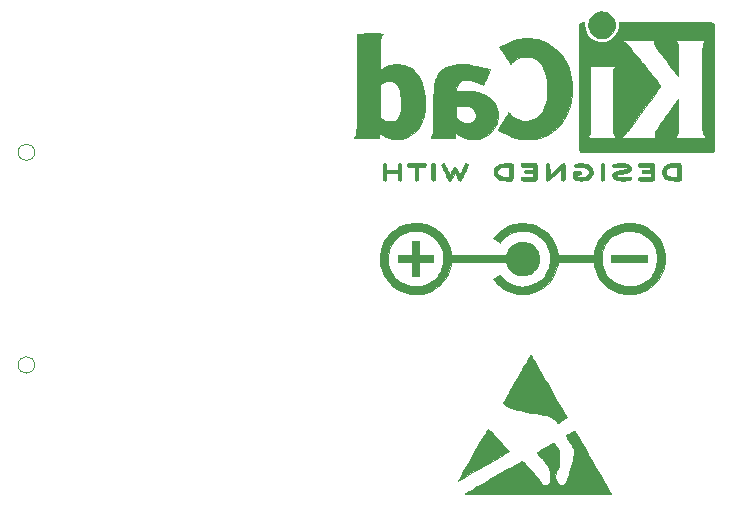
<source format=gbr>
%TF.GenerationSoftware,KiCad,Pcbnew,(6.0.5)*%
%TF.CreationDate,2022-06-11T19:55:53+02:00*%
%TF.ProjectId,SFP_Back2Back,5346505f-4261-4636-9b32-4261636b2e6b,2.0*%
%TF.SameCoordinates,Original*%
%TF.FileFunction,Legend,Bot*%
%TF.FilePolarity,Positive*%
%FSLAX46Y46*%
G04 Gerber Fmt 4.6, Leading zero omitted, Abs format (unit mm)*
G04 Created by KiCad (PCBNEW (6.0.5)) date 2022-06-11 19:55:53*
%MOMM*%
%LPD*%
G01*
G04 APERTURE LIST*
%ADD10C,0.010000*%
%ADD11C,0.120000*%
G04 APERTURE END LIST*
%TO.C,REF\u002A\u002A*%
G36*
X235898687Y-113106678D02*
G01*
X235872177Y-113311576D01*
X235832175Y-113482258D01*
X235768347Y-113657864D01*
X235620394Y-113947261D01*
X235431279Y-114201876D01*
X235202961Y-114419974D01*
X234937397Y-114599819D01*
X234636546Y-114739676D01*
X234302366Y-114837811D01*
X234166096Y-114859945D01*
X233971368Y-114875327D01*
X233759296Y-114878787D01*
X233547603Y-114870602D01*
X233354009Y-114851051D01*
X233196237Y-114820414D01*
X233116957Y-114796293D01*
X232936900Y-114725706D01*
X232753867Y-114636089D01*
X232586743Y-114537160D01*
X232454411Y-114438638D01*
X232452785Y-114437216D01*
X232380269Y-114375731D01*
X232324477Y-114331950D01*
X232297368Y-114315269D01*
X232294404Y-114319251D01*
X232287698Y-114362271D01*
X232283037Y-114442507D01*
X232281291Y-114547419D01*
X232281291Y-114779570D01*
X231257097Y-114779570D01*
X231229833Y-114779565D01*
X231001168Y-114779165D01*
X230791300Y-114778170D01*
X230606200Y-114776653D01*
X230451839Y-114774689D01*
X230334189Y-114772351D01*
X230259220Y-114769715D01*
X230232904Y-114766854D01*
X230233517Y-114764354D01*
X230250734Y-114727448D01*
X230286825Y-114658111D01*
X230335323Y-114568843D01*
X230437742Y-114383548D01*
X230452760Y-112554155D01*
X232390538Y-112554155D01*
X232391300Y-112698692D01*
X232394991Y-112850560D01*
X232402222Y-112960333D01*
X232413519Y-113035157D01*
X232429409Y-113082181D01*
X232449849Y-113115760D01*
X232526825Y-113207295D01*
X232629963Y-113302589D01*
X232743005Y-113387496D01*
X232849694Y-113447869D01*
X232908888Y-113470021D01*
X233045186Y-113499514D01*
X233223202Y-113514593D01*
X233410887Y-113512309D01*
X233589115Y-113481294D01*
X233737880Y-113417221D01*
X233866589Y-113317203D01*
X233902796Y-113280208D01*
X233997065Y-113154042D01*
X234048070Y-113018053D01*
X234063388Y-112854420D01*
X234059238Y-112767972D01*
X234018199Y-112590010D01*
X233931986Y-112437262D01*
X233799027Y-112308010D01*
X233617754Y-112200535D01*
X233386598Y-112113118D01*
X233293409Y-112090177D01*
X233180593Y-112074469D01*
X233038614Y-112065746D01*
X232854839Y-112062813D01*
X232824986Y-112062815D01*
X232687500Y-112064493D01*
X232569400Y-112068550D01*
X232482430Y-112074453D01*
X232438334Y-112081670D01*
X232433260Y-112084013D01*
X232416854Y-112098726D01*
X232405235Y-112128292D01*
X232397598Y-112180666D01*
X232393140Y-112263799D01*
X232391054Y-112385644D01*
X232390538Y-112554155D01*
X230452760Y-112554155D01*
X230453549Y-112458064D01*
X230455898Y-112177618D01*
X230459185Y-111819947D01*
X230462635Y-111509437D01*
X230466527Y-111241698D01*
X230471139Y-111012336D01*
X230476752Y-110816962D01*
X230483642Y-110651183D01*
X230492089Y-110510609D01*
X230502373Y-110390847D01*
X230514770Y-110287508D01*
X230529561Y-110196199D01*
X230547023Y-110112529D01*
X230567436Y-110032107D01*
X230591079Y-109950541D01*
X230618229Y-109863441D01*
X230725189Y-109590384D01*
X230871666Y-109338022D01*
X231054084Y-109121962D01*
X231274112Y-108941072D01*
X231533420Y-108794222D01*
X231833679Y-108680283D01*
X232176558Y-108598122D01*
X232563728Y-108546611D01*
X232699049Y-108536368D01*
X232926951Y-108528878D01*
X233152838Y-108535623D01*
X233387285Y-108557738D01*
X233640868Y-108596362D01*
X233924162Y-108652631D01*
X234247742Y-108727683D01*
X234322537Y-108745842D01*
X234510367Y-108790528D01*
X234688392Y-108831673D01*
X234845817Y-108866847D01*
X234971846Y-108893619D01*
X235055681Y-108909559D01*
X235249103Y-108941328D01*
X234977176Y-109600395D01*
X234909158Y-109764949D01*
X234842243Y-109926190D01*
X234784830Y-110063855D01*
X234739738Y-110171210D01*
X234709785Y-110241518D01*
X234697789Y-110268043D01*
X234695903Y-110268423D01*
X234661142Y-110256580D01*
X234592789Y-110226231D01*
X234503176Y-110182778D01*
X234316918Y-110098155D01*
X234060615Y-110005629D01*
X233798290Y-109934772D01*
X233540200Y-109887363D01*
X233296606Y-109865183D01*
X233077765Y-109870010D01*
X232893936Y-109903624D01*
X232765636Y-109956960D01*
X232619927Y-110066262D01*
X232507759Y-110214543D01*
X232432343Y-110397243D01*
X232396891Y-110609798D01*
X232384406Y-110805699D01*
X233036128Y-110807483D01*
X233255913Y-110809326D01*
X233499011Y-110815871D01*
X233706683Y-110828224D01*
X233889671Y-110847585D01*
X234058718Y-110875155D01*
X234224566Y-110912136D01*
X234397957Y-110959727D01*
X234657393Y-111050314D01*
X234962543Y-111199492D01*
X235230352Y-111382221D01*
X235458177Y-111595932D01*
X235643377Y-111838054D01*
X235783310Y-112106017D01*
X235875336Y-112397252D01*
X235889748Y-112475689D01*
X235908224Y-112669834D01*
X235910550Y-112854420D01*
X235910953Y-112886464D01*
X235898687Y-113106678D01*
G37*
D10*
X235898687Y-113106678D02*
X235872177Y-113311576D01*
X235832175Y-113482258D01*
X235768347Y-113657864D01*
X235620394Y-113947261D01*
X235431279Y-114201876D01*
X235202961Y-114419974D01*
X234937397Y-114599819D01*
X234636546Y-114739676D01*
X234302366Y-114837811D01*
X234166096Y-114859945D01*
X233971368Y-114875327D01*
X233759296Y-114878787D01*
X233547603Y-114870602D01*
X233354009Y-114851051D01*
X233196237Y-114820414D01*
X233116957Y-114796293D01*
X232936900Y-114725706D01*
X232753867Y-114636089D01*
X232586743Y-114537160D01*
X232454411Y-114438638D01*
X232452785Y-114437216D01*
X232380269Y-114375731D01*
X232324477Y-114331950D01*
X232297368Y-114315269D01*
X232294404Y-114319251D01*
X232287698Y-114362271D01*
X232283037Y-114442507D01*
X232281291Y-114547419D01*
X232281291Y-114779570D01*
X231257097Y-114779570D01*
X231229833Y-114779565D01*
X231001168Y-114779165D01*
X230791300Y-114778170D01*
X230606200Y-114776653D01*
X230451839Y-114774689D01*
X230334189Y-114772351D01*
X230259220Y-114769715D01*
X230232904Y-114766854D01*
X230233517Y-114764354D01*
X230250734Y-114727448D01*
X230286825Y-114658111D01*
X230335323Y-114568843D01*
X230437742Y-114383548D01*
X230452760Y-112554155D01*
X232390538Y-112554155D01*
X232391300Y-112698692D01*
X232394991Y-112850560D01*
X232402222Y-112960333D01*
X232413519Y-113035157D01*
X232429409Y-113082181D01*
X232449849Y-113115760D01*
X232526825Y-113207295D01*
X232629963Y-113302589D01*
X232743005Y-113387496D01*
X232849694Y-113447869D01*
X232908888Y-113470021D01*
X233045186Y-113499514D01*
X233223202Y-113514593D01*
X233410887Y-113512309D01*
X233589115Y-113481294D01*
X233737880Y-113417221D01*
X233866589Y-113317203D01*
X233902796Y-113280208D01*
X233997065Y-113154042D01*
X234048070Y-113018053D01*
X234063388Y-112854420D01*
X234059238Y-112767972D01*
X234018199Y-112590010D01*
X233931986Y-112437262D01*
X233799027Y-112308010D01*
X233617754Y-112200535D01*
X233386598Y-112113118D01*
X233293409Y-112090177D01*
X233180593Y-112074469D01*
X233038614Y-112065746D01*
X232854839Y-112062813D01*
X232824986Y-112062815D01*
X232687500Y-112064493D01*
X232569400Y-112068550D01*
X232482430Y-112074453D01*
X232438334Y-112081670D01*
X232433260Y-112084013D01*
X232416854Y-112098726D01*
X232405235Y-112128292D01*
X232397598Y-112180666D01*
X232393140Y-112263799D01*
X232391054Y-112385644D01*
X232390538Y-112554155D01*
X230452760Y-112554155D01*
X230453549Y-112458064D01*
X230455898Y-112177618D01*
X230459185Y-111819947D01*
X230462635Y-111509437D01*
X230466527Y-111241698D01*
X230471139Y-111012336D01*
X230476752Y-110816962D01*
X230483642Y-110651183D01*
X230492089Y-110510609D01*
X230502373Y-110390847D01*
X230514770Y-110287508D01*
X230529561Y-110196199D01*
X230547023Y-110112529D01*
X230567436Y-110032107D01*
X230591079Y-109950541D01*
X230618229Y-109863441D01*
X230725189Y-109590384D01*
X230871666Y-109338022D01*
X231054084Y-109121962D01*
X231274112Y-108941072D01*
X231533420Y-108794222D01*
X231833679Y-108680283D01*
X232176558Y-108598122D01*
X232563728Y-108546611D01*
X232699049Y-108536368D01*
X232926951Y-108528878D01*
X233152838Y-108535623D01*
X233387285Y-108557738D01*
X233640868Y-108596362D01*
X233924162Y-108652631D01*
X234247742Y-108727683D01*
X234322537Y-108745842D01*
X234510367Y-108790528D01*
X234688392Y-108831673D01*
X234845817Y-108866847D01*
X234971846Y-108893619D01*
X235055681Y-108909559D01*
X235249103Y-108941328D01*
X234977176Y-109600395D01*
X234909158Y-109764949D01*
X234842243Y-109926190D01*
X234784830Y-110063855D01*
X234739738Y-110171210D01*
X234709785Y-110241518D01*
X234697789Y-110268043D01*
X234695903Y-110268423D01*
X234661142Y-110256580D01*
X234592789Y-110226231D01*
X234503176Y-110182778D01*
X234316918Y-110098155D01*
X234060615Y-110005629D01*
X233798290Y-109934772D01*
X233540200Y-109887363D01*
X233296606Y-109865183D01*
X233077765Y-109870010D01*
X232893936Y-109903624D01*
X232765636Y-109956960D01*
X232619927Y-110066262D01*
X232507759Y-110214543D01*
X232432343Y-110397243D01*
X232396891Y-110609798D01*
X232384406Y-110805699D01*
X233036128Y-110807483D01*
X233255913Y-110809326D01*
X233499011Y-110815871D01*
X233706683Y-110828224D01*
X233889671Y-110847585D01*
X234058718Y-110875155D01*
X234224566Y-110912136D01*
X234397957Y-110959727D01*
X234657393Y-111050314D01*
X234962543Y-111199492D01*
X235230352Y-111382221D01*
X235458177Y-111595932D01*
X235643377Y-111838054D01*
X235783310Y-112106017D01*
X235875336Y-112397252D01*
X235889748Y-112475689D01*
X235908224Y-112669834D01*
X235910550Y-112854420D01*
X235910953Y-112886464D01*
X235898687Y-113106678D01*
G36*
X246510979Y-116918862D02*
G01*
X246644063Y-116929770D01*
X246755158Y-116949052D01*
X246857378Y-116978907D01*
X247000639Y-117045468D01*
X247103409Y-117131214D01*
X247165331Y-117235808D01*
X247186051Y-117358912D01*
X247184169Y-117421688D01*
X247172532Y-117471504D01*
X247142786Y-117515037D01*
X247086591Y-117569982D01*
X247070563Y-117584705D01*
X247022933Y-117626698D01*
X246977945Y-117660791D01*
X246929663Y-117688822D01*
X246872151Y-117712630D01*
X246799475Y-117734053D01*
X246705697Y-117754929D01*
X246584884Y-117777096D01*
X246431098Y-117802393D01*
X246238404Y-117832659D01*
X246201512Y-117838754D01*
X246076296Y-117866117D01*
X245985457Y-117897724D01*
X245932655Y-117932019D01*
X245921548Y-117967445D01*
X245926813Y-117976024D01*
X245962837Y-118006288D01*
X246019340Y-118039705D01*
X246045053Y-118051740D01*
X246087840Y-118066189D01*
X246140848Y-118075786D01*
X246212856Y-118081449D01*
X246312646Y-118084096D01*
X246448998Y-118084646D01*
X246484726Y-118084499D01*
X246620572Y-118082267D01*
X246751029Y-118077797D01*
X246862777Y-118071637D01*
X246942492Y-118064336D01*
X247013832Y-118056163D01*
X247072598Y-118054590D01*
X247110568Y-118063830D01*
X247140930Y-118085276D01*
X247148275Y-118092494D01*
X247181105Y-118156325D01*
X247178454Y-118227952D01*
X247140370Y-118289462D01*
X247099447Y-118312778D01*
X247027159Y-118338281D01*
X246941933Y-118358470D01*
X246935000Y-118359673D01*
X246849281Y-118370153D01*
X246733995Y-118378939D01*
X246603381Y-118385142D01*
X246471676Y-118387872D01*
X246439066Y-118387956D01*
X246241564Y-118382979D01*
X246080745Y-118366895D01*
X245949804Y-118337702D01*
X245841932Y-118293397D01*
X245750324Y-118231977D01*
X245668173Y-118151439D01*
X245627751Y-118098753D01*
X245604395Y-118039394D01*
X245598551Y-117959606D01*
X245598834Y-117935562D01*
X245606615Y-117869907D01*
X245631494Y-117816618D01*
X245682049Y-117754646D01*
X245724662Y-117710168D01*
X245777690Y-117664875D01*
X245837390Y-117627976D01*
X245910171Y-117597328D01*
X246002446Y-117570786D01*
X246120625Y-117546207D01*
X246271118Y-117521446D01*
X246460337Y-117494359D01*
X246551365Y-117480277D01*
X246687881Y-117451029D01*
X246786591Y-117417883D01*
X246845990Y-117381927D01*
X246864573Y-117344250D01*
X246840835Y-117305940D01*
X246773271Y-117268085D01*
X246767152Y-117265646D01*
X246674020Y-117241382D01*
X246548160Y-117224908D01*
X246400636Y-117216550D01*
X246242514Y-117216636D01*
X246084857Y-117225492D01*
X245938730Y-117243444D01*
X245930841Y-117244747D01*
X245832772Y-117260230D01*
X245767981Y-117267486D01*
X245725799Y-117266285D01*
X245695557Y-117256399D01*
X245666587Y-117237598D01*
X245664237Y-117235850D01*
X245614984Y-117174831D01*
X245605355Y-117103511D01*
X245637109Y-117034040D01*
X245646241Y-117025087D01*
X245705734Y-116994673D01*
X245800117Y-116968310D01*
X245921263Y-116946614D01*
X246061048Y-116930203D01*
X246211346Y-116919696D01*
X246364032Y-116915710D01*
X246510979Y-116918862D01*
G37*
X246510979Y-116918862D02*
X246644063Y-116929770D01*
X246755158Y-116949052D01*
X246857378Y-116978907D01*
X247000639Y-117045468D01*
X247103409Y-117131214D01*
X247165331Y-117235808D01*
X247186051Y-117358912D01*
X247184169Y-117421688D01*
X247172532Y-117471504D01*
X247142786Y-117515037D01*
X247086591Y-117569982D01*
X247070563Y-117584705D01*
X247022933Y-117626698D01*
X246977945Y-117660791D01*
X246929663Y-117688822D01*
X246872151Y-117712630D01*
X246799475Y-117734053D01*
X246705697Y-117754929D01*
X246584884Y-117777096D01*
X246431098Y-117802393D01*
X246238404Y-117832659D01*
X246201512Y-117838754D01*
X246076296Y-117866117D01*
X245985457Y-117897724D01*
X245932655Y-117932019D01*
X245921548Y-117967445D01*
X245926813Y-117976024D01*
X245962837Y-118006288D01*
X246019340Y-118039705D01*
X246045053Y-118051740D01*
X246087840Y-118066189D01*
X246140848Y-118075786D01*
X246212856Y-118081449D01*
X246312646Y-118084096D01*
X246448998Y-118084646D01*
X246484726Y-118084499D01*
X246620572Y-118082267D01*
X246751029Y-118077797D01*
X246862777Y-118071637D01*
X246942492Y-118064336D01*
X247013832Y-118056163D01*
X247072598Y-118054590D01*
X247110568Y-118063830D01*
X247140930Y-118085276D01*
X247148275Y-118092494D01*
X247181105Y-118156325D01*
X247178454Y-118227952D01*
X247140370Y-118289462D01*
X247099447Y-118312778D01*
X247027159Y-118338281D01*
X246941933Y-118358470D01*
X246935000Y-118359673D01*
X246849281Y-118370153D01*
X246733995Y-118378939D01*
X246603381Y-118385142D01*
X246471676Y-118387872D01*
X246439066Y-118387956D01*
X246241564Y-118382979D01*
X246080745Y-118366895D01*
X245949804Y-118337702D01*
X245841932Y-118293397D01*
X245750324Y-118231977D01*
X245668173Y-118151439D01*
X245627751Y-118098753D01*
X245604395Y-118039394D01*
X245598551Y-117959606D01*
X245598834Y-117935562D01*
X245606615Y-117869907D01*
X245631494Y-117816618D01*
X245682049Y-117754646D01*
X245724662Y-117710168D01*
X245777690Y-117664875D01*
X245837390Y-117627976D01*
X245910171Y-117597328D01*
X246002446Y-117570786D01*
X246120625Y-117546207D01*
X246271118Y-117521446D01*
X246460337Y-117494359D01*
X246551365Y-117480277D01*
X246687881Y-117451029D01*
X246786591Y-117417883D01*
X246845990Y-117381927D01*
X246864573Y-117344250D01*
X246840835Y-117305940D01*
X246773271Y-117268085D01*
X246767152Y-117265646D01*
X246674020Y-117241382D01*
X246548160Y-117224908D01*
X246400636Y-117216550D01*
X246242514Y-117216636D01*
X246084857Y-117225492D01*
X245938730Y-117243444D01*
X245930841Y-117244747D01*
X245832772Y-117260230D01*
X245767981Y-117267486D01*
X245725799Y-117266285D01*
X245695557Y-117256399D01*
X245666587Y-117237598D01*
X245664237Y-117235850D01*
X245614984Y-117174831D01*
X245605355Y-117103511D01*
X245637109Y-117034040D01*
X245646241Y-117025087D01*
X245705734Y-116994673D01*
X245800117Y-116968310D01*
X245921263Y-116946614D01*
X246061048Y-116930203D01*
X246211346Y-116919696D01*
X246364032Y-116915710D01*
X246510979Y-116918862D01*
G36*
X239156191Y-116976871D02*
G01*
X239166133Y-116990298D01*
X239177874Y-117011535D01*
X239186836Y-117039834D01*
X239193393Y-117080666D01*
X239197919Y-117139501D01*
X239200788Y-117221811D01*
X239202374Y-117333065D01*
X239203051Y-117478735D01*
X239203194Y-117664291D01*
X239203136Y-117796713D01*
X239202670Y-117954047D01*
X239201423Y-118075120D01*
X239199027Y-118165317D01*
X239195116Y-118230021D01*
X239189320Y-118274616D01*
X239181272Y-118304487D01*
X239170606Y-118325017D01*
X239156953Y-118341589D01*
X239147883Y-118350946D01*
X239131350Y-118363977D01*
X239108529Y-118373844D01*
X239073839Y-118380986D01*
X239021697Y-118385844D01*
X238946524Y-118388857D01*
X238842738Y-118390465D01*
X238704756Y-118391107D01*
X238527000Y-118391223D01*
X238487475Y-118391210D01*
X238312647Y-118390675D01*
X238176739Y-118389136D01*
X238074375Y-118386295D01*
X238000182Y-118381852D01*
X237948785Y-118375508D01*
X237914810Y-118366963D01*
X237892883Y-118355919D01*
X237871805Y-118335858D01*
X237845164Y-118273347D01*
X237847540Y-118201249D01*
X237880013Y-118137875D01*
X237884411Y-118133302D01*
X237901864Y-118120710D01*
X237928667Y-118111337D01*
X237970820Y-118104715D01*
X238034325Y-118100377D01*
X238125183Y-118097857D01*
X238249394Y-118096688D01*
X238412959Y-118096402D01*
X238908373Y-118096402D01*
X238908373Y-117778902D01*
X238582046Y-117778902D01*
X238510390Y-117778740D01*
X238398352Y-117777138D01*
X238319727Y-117773111D01*
X238266583Y-117765796D01*
X238230990Y-117754328D01*
X238205015Y-117737844D01*
X238197696Y-117731448D01*
X238160717Y-117669221D01*
X238159443Y-117596224D01*
X238194678Y-117528686D01*
X238194802Y-117528548D01*
X238214230Y-117511218D01*
X238240936Y-117499053D01*
X238282535Y-117491155D01*
X238346643Y-117486626D01*
X238440873Y-117484567D01*
X238572841Y-117484080D01*
X238910636Y-117484080D01*
X238903835Y-117353678D01*
X238897033Y-117223277D01*
X238410717Y-117217143D01*
X238360461Y-117216484D01*
X238196493Y-117213512D01*
X238071298Y-117208722D01*
X237979664Y-117200696D01*
X237916378Y-117188012D01*
X237876229Y-117169251D01*
X237854005Y-117142992D01*
X237844492Y-117107814D01*
X237842480Y-117062298D01*
X237842492Y-117057546D01*
X237844810Y-117017305D01*
X237854448Y-116985579D01*
X237876160Y-116961358D01*
X237914700Y-116943633D01*
X237974824Y-116931395D01*
X238061285Y-116923634D01*
X238178838Y-116919340D01*
X238332237Y-116917503D01*
X238526237Y-116917116D01*
X239109188Y-116917116D01*
X239156191Y-116976871D01*
G37*
X239156191Y-116976871D02*
X239166133Y-116990298D01*
X239177874Y-117011535D01*
X239186836Y-117039834D01*
X239193393Y-117080666D01*
X239197919Y-117139501D01*
X239200788Y-117221811D01*
X239202374Y-117333065D01*
X239203051Y-117478735D01*
X239203194Y-117664291D01*
X239203136Y-117796713D01*
X239202670Y-117954047D01*
X239201423Y-118075120D01*
X239199027Y-118165317D01*
X239195116Y-118230021D01*
X239189320Y-118274616D01*
X239181272Y-118304487D01*
X239170606Y-118325017D01*
X239156953Y-118341589D01*
X239147883Y-118350946D01*
X239131350Y-118363977D01*
X239108529Y-118373844D01*
X239073839Y-118380986D01*
X239021697Y-118385844D01*
X238946524Y-118388857D01*
X238842738Y-118390465D01*
X238704756Y-118391107D01*
X238527000Y-118391223D01*
X238487475Y-118391210D01*
X238312647Y-118390675D01*
X238176739Y-118389136D01*
X238074375Y-118386295D01*
X238000182Y-118381852D01*
X237948785Y-118375508D01*
X237914810Y-118366963D01*
X237892883Y-118355919D01*
X237871805Y-118335858D01*
X237845164Y-118273347D01*
X237847540Y-118201249D01*
X237880013Y-118137875D01*
X237884411Y-118133302D01*
X237901864Y-118120710D01*
X237928667Y-118111337D01*
X237970820Y-118104715D01*
X238034325Y-118100377D01*
X238125183Y-118097857D01*
X238249394Y-118096688D01*
X238412959Y-118096402D01*
X238908373Y-118096402D01*
X238908373Y-117778902D01*
X238582046Y-117778902D01*
X238510390Y-117778740D01*
X238398352Y-117777138D01*
X238319727Y-117773111D01*
X238266583Y-117765796D01*
X238230990Y-117754328D01*
X238205015Y-117737844D01*
X238197696Y-117731448D01*
X238160717Y-117669221D01*
X238159443Y-117596224D01*
X238194678Y-117528686D01*
X238194802Y-117528548D01*
X238214230Y-117511218D01*
X238240936Y-117499053D01*
X238282535Y-117491155D01*
X238346643Y-117486626D01*
X238440873Y-117484567D01*
X238572841Y-117484080D01*
X238910636Y-117484080D01*
X238903835Y-117353678D01*
X238897033Y-117223277D01*
X238410717Y-117217143D01*
X238360461Y-117216484D01*
X238196493Y-117213512D01*
X238071298Y-117208722D01*
X237979664Y-117200696D01*
X237916378Y-117188012D01*
X237876229Y-117169251D01*
X237854005Y-117142992D01*
X237844492Y-117107814D01*
X237842480Y-117062298D01*
X237842492Y-117057546D01*
X237844810Y-117017305D01*
X237854448Y-116985579D01*
X237876160Y-116961358D01*
X237914700Y-116943633D01*
X237974824Y-116931395D01*
X238061285Y-116923634D01*
X238178838Y-116919340D01*
X238332237Y-116917503D01*
X238526237Y-116917116D01*
X239109188Y-116917116D01*
X239156191Y-116976871D01*
G36*
X231341256Y-116936023D02*
G01*
X231377337Y-116973210D01*
X231418722Y-117035651D01*
X231468608Y-117127429D01*
X231530192Y-117252630D01*
X231606671Y-117415339D01*
X231636069Y-117478386D01*
X231695832Y-117605316D01*
X231748255Y-117715016D01*
X231790431Y-117801493D01*
X231819454Y-117858754D01*
X231832417Y-117880806D01*
X231835147Y-117879639D01*
X231855220Y-117851620D01*
X231889956Y-117792280D01*
X231935352Y-117708675D01*
X231987400Y-117607858D01*
X232019488Y-117544600D01*
X232077646Y-117433398D01*
X232122824Y-117355016D01*
X232159418Y-117303834D01*
X232191824Y-117274232D01*
X232224438Y-117260592D01*
X232261656Y-117257294D01*
X232282755Y-117258249D01*
X232315131Y-117266701D01*
X232345896Y-117288525D01*
X232379240Y-117329252D01*
X232419356Y-117394411D01*
X232470435Y-117489535D01*
X232536669Y-117620152D01*
X232556221Y-117658834D01*
X232605355Y-117752588D01*
X232646007Y-117825236D01*
X232674398Y-117870213D01*
X232686751Y-117880955D01*
X232689498Y-117874384D01*
X232708330Y-117832378D01*
X232742203Y-117758171D01*
X232788240Y-117658023D01*
X232843568Y-117538195D01*
X232905313Y-117404946D01*
X232958981Y-117289994D01*
X233018492Y-117165463D01*
X233064840Y-117073575D01*
X233100958Y-117009207D01*
X233129780Y-116967234D01*
X233154241Y-116942530D01*
X233177276Y-116929972D01*
X233196179Y-116924161D01*
X233246614Y-116923863D01*
X233301141Y-116954685D01*
X233303754Y-116956663D01*
X233348119Y-117002137D01*
X233370315Y-117046785D01*
X233370408Y-117048070D01*
X233361285Y-117083552D01*
X233335442Y-117152992D01*
X233295748Y-117250114D01*
X233245074Y-117368640D01*
X233186290Y-117502293D01*
X233122266Y-117644797D01*
X233055873Y-117789875D01*
X232989981Y-117931249D01*
X232927460Y-118062643D01*
X232871181Y-118177779D01*
X232824014Y-118270381D01*
X232788829Y-118334172D01*
X232768496Y-118362875D01*
X232699374Y-118389732D01*
X232615607Y-118376952D01*
X232604830Y-118367516D01*
X232573031Y-118323016D01*
X232528429Y-118249167D01*
X232475359Y-118153306D01*
X232418157Y-118042772D01*
X232257898Y-117722863D01*
X232110870Y-118017356D01*
X232091392Y-118056109D01*
X232037194Y-118161272D01*
X231988922Y-118251251D01*
X231951226Y-118317515D01*
X231928754Y-118351535D01*
X231926452Y-118354033D01*
X231869960Y-118384743D01*
X231799522Y-118388125D01*
X231737163Y-118362875D01*
X231732289Y-118357151D01*
X231707659Y-118315716D01*
X231668009Y-118240279D01*
X231615968Y-118136160D01*
X231554169Y-118008680D01*
X231485241Y-117863158D01*
X231411816Y-117704916D01*
X231371154Y-117616275D01*
X231297280Y-117454099D01*
X231240113Y-117326174D01*
X231197876Y-117227868D01*
X231168792Y-117154551D01*
X231151085Y-117101591D01*
X231142978Y-117064360D01*
X231142693Y-117038224D01*
X231148455Y-117018555D01*
X231177900Y-116976604D01*
X231231342Y-116935820D01*
X231232861Y-116935132D01*
X231272215Y-116921068D01*
X231307281Y-116920004D01*
X231341256Y-116936023D01*
G37*
X231341256Y-116936023D02*
X231377337Y-116973210D01*
X231418722Y-117035651D01*
X231468608Y-117127429D01*
X231530192Y-117252630D01*
X231606671Y-117415339D01*
X231636069Y-117478386D01*
X231695832Y-117605316D01*
X231748255Y-117715016D01*
X231790431Y-117801493D01*
X231819454Y-117858754D01*
X231832417Y-117880806D01*
X231835147Y-117879639D01*
X231855220Y-117851620D01*
X231889956Y-117792280D01*
X231935352Y-117708675D01*
X231987400Y-117607858D01*
X232019488Y-117544600D01*
X232077646Y-117433398D01*
X232122824Y-117355016D01*
X232159418Y-117303834D01*
X232191824Y-117274232D01*
X232224438Y-117260592D01*
X232261656Y-117257294D01*
X232282755Y-117258249D01*
X232315131Y-117266701D01*
X232345896Y-117288525D01*
X232379240Y-117329252D01*
X232419356Y-117394411D01*
X232470435Y-117489535D01*
X232536669Y-117620152D01*
X232556221Y-117658834D01*
X232605355Y-117752588D01*
X232646007Y-117825236D01*
X232674398Y-117870213D01*
X232686751Y-117880955D01*
X232689498Y-117874384D01*
X232708330Y-117832378D01*
X232742203Y-117758171D01*
X232788240Y-117658023D01*
X232843568Y-117538195D01*
X232905313Y-117404946D01*
X232958981Y-117289994D01*
X233018492Y-117165463D01*
X233064840Y-117073575D01*
X233100958Y-117009207D01*
X233129780Y-116967234D01*
X233154241Y-116942530D01*
X233177276Y-116929972D01*
X233196179Y-116924161D01*
X233246614Y-116923863D01*
X233301141Y-116954685D01*
X233303754Y-116956663D01*
X233348119Y-117002137D01*
X233370315Y-117046785D01*
X233370408Y-117048070D01*
X233361285Y-117083552D01*
X233335442Y-117152992D01*
X233295748Y-117250114D01*
X233245074Y-117368640D01*
X233186290Y-117502293D01*
X233122266Y-117644797D01*
X233055873Y-117789875D01*
X232989981Y-117931249D01*
X232927460Y-118062643D01*
X232871181Y-118177779D01*
X232824014Y-118270381D01*
X232788829Y-118334172D01*
X232768496Y-118362875D01*
X232699374Y-118389732D01*
X232615607Y-118376952D01*
X232604830Y-118367516D01*
X232573031Y-118323016D01*
X232528429Y-118249167D01*
X232475359Y-118153306D01*
X232418157Y-118042772D01*
X232257898Y-117722863D01*
X232110870Y-118017356D01*
X232091392Y-118056109D01*
X232037194Y-118161272D01*
X231988922Y-118251251D01*
X231951226Y-118317515D01*
X231928754Y-118351535D01*
X231926452Y-118354033D01*
X231869960Y-118384743D01*
X231799522Y-118388125D01*
X231737163Y-118362875D01*
X231732289Y-118357151D01*
X231707659Y-118315716D01*
X231668009Y-118240279D01*
X231615968Y-118136160D01*
X231554169Y-118008680D01*
X231485241Y-117863158D01*
X231411816Y-117704916D01*
X231371154Y-117616275D01*
X231297280Y-117454099D01*
X231240113Y-117326174D01*
X231197876Y-117227868D01*
X231168792Y-117154551D01*
X231151085Y-117101591D01*
X231142978Y-117064360D01*
X231142693Y-117038224D01*
X231148455Y-117018555D01*
X231177900Y-116976604D01*
X231231342Y-116935820D01*
X231232861Y-116935132D01*
X231272215Y-116921068D01*
X231307281Y-116920004D01*
X231341256Y-116936023D01*
G36*
X229731782Y-112279791D02*
G01*
X229715211Y-112502690D01*
X229686582Y-112707867D01*
X229644611Y-112907445D01*
X229588016Y-113113548D01*
X229502194Y-113359904D01*
X229344570Y-113692472D01*
X229151222Y-113990351D01*
X228925108Y-114250726D01*
X228669186Y-114470780D01*
X228386413Y-114647700D01*
X228079747Y-114778669D01*
X227752147Y-114860873D01*
X227748205Y-114861532D01*
X227508789Y-114884569D01*
X227245734Y-114881494D01*
X226977793Y-114854204D01*
X226723726Y-114804595D01*
X226502287Y-114734561D01*
X226407769Y-114691943D01*
X226284669Y-114627167D01*
X226158175Y-114553080D01*
X226041487Y-114477837D01*
X225947803Y-114409591D01*
X225890323Y-114356498D01*
X225877128Y-114341922D01*
X225861397Y-114336827D01*
X225850883Y-114362122D01*
X225843135Y-114425873D01*
X225835699Y-114536142D01*
X225822044Y-114765914D01*
X224776024Y-114773068D01*
X223730004Y-114780221D01*
X223802381Y-114656720D01*
X223806695Y-114649418D01*
X223827742Y-114615141D01*
X223846835Y-114584604D01*
X223864077Y-114555156D01*
X223879572Y-114524143D01*
X223893421Y-114488912D01*
X223905728Y-114446811D01*
X223916595Y-114395187D01*
X223926125Y-114331386D01*
X223934420Y-114252756D01*
X223941584Y-114156644D01*
X223947720Y-114040398D01*
X223952929Y-113901363D01*
X223957315Y-113736887D01*
X223960980Y-113544318D01*
X223964028Y-113321002D01*
X223966486Y-113071805D01*
X225958603Y-113071805D01*
X226095162Y-113161376D01*
X226147677Y-113193643D01*
X226267925Y-113258102D01*
X226381936Y-113309433D01*
X226431866Y-113326813D01*
X226590739Y-113361510D01*
X226791613Y-113379228D01*
X226893758Y-113382915D01*
X226988573Y-113382077D01*
X227059153Y-113372607D01*
X227122460Y-113351909D01*
X227195454Y-113317385D01*
X227335734Y-113224906D01*
X227457262Y-113094086D01*
X227554542Y-112925502D01*
X227628497Y-112716510D01*
X227680054Y-112464467D01*
X227710138Y-112166732D01*
X227719675Y-111820662D01*
X227719211Y-111741984D01*
X227705500Y-111377441D01*
X227672207Y-111060239D01*
X227618523Y-110787031D01*
X227543636Y-110554471D01*
X227446738Y-110359211D01*
X227327019Y-110197906D01*
X227277351Y-110148676D01*
X227123423Y-110046113D01*
X226942727Y-109983701D01*
X226743091Y-109961796D01*
X226532342Y-109980751D01*
X226318308Y-110040923D01*
X226108818Y-110142665D01*
X225958603Y-110232706D01*
X225958603Y-113071805D01*
X223966486Y-113071805D01*
X223966560Y-113064286D01*
X223968680Y-112771519D01*
X223970491Y-112440045D01*
X223972094Y-112067214D01*
X223973594Y-111650371D01*
X223975092Y-111186864D01*
X223976692Y-110674041D01*
X223978495Y-110109247D01*
X223992151Y-105944193D01*
X225077796Y-105937052D01*
X225156746Y-105936571D01*
X225389033Y-105935618D01*
X225601494Y-105935424D01*
X225788331Y-105935951D01*
X225943743Y-105937158D01*
X226061931Y-105939006D01*
X226137097Y-105941455D01*
X226163441Y-105944466D01*
X226160071Y-105954008D01*
X226134929Y-105999245D01*
X226093287Y-106065031D01*
X226089133Y-106071321D01*
X226056846Y-106122115D01*
X226029775Y-106171536D01*
X226007461Y-106224674D01*
X225989445Y-106286620D01*
X225975267Y-106362465D01*
X225964469Y-106457299D01*
X225956591Y-106576212D01*
X225951175Y-106724296D01*
X225947762Y-106906641D01*
X225945892Y-107128337D01*
X225945106Y-107394476D01*
X225944947Y-107710147D01*
X225945233Y-107956607D01*
X225946109Y-108198574D01*
X225947512Y-108417973D01*
X225949379Y-108609462D01*
X225951645Y-108767698D01*
X225954247Y-108887339D01*
X225957121Y-108963041D01*
X225960204Y-108989462D01*
X225970147Y-108985361D01*
X226013856Y-108956484D01*
X226076279Y-108909058D01*
X226166776Y-108845280D01*
X226336805Y-108751307D01*
X226531143Y-108667482D01*
X226731648Y-108602295D01*
X226900108Y-108569055D01*
X227109916Y-108547866D01*
X227336986Y-108540525D01*
X227563795Y-108547041D01*
X227772822Y-108567422D01*
X227946541Y-108601678D01*
X228123426Y-108659382D01*
X228418513Y-108799268D01*
X228691741Y-108985237D01*
X228938070Y-109213007D01*
X229152460Y-109478296D01*
X229329869Y-109776822D01*
X229373913Y-109868363D01*
X229497339Y-110177137D01*
X229593836Y-110512257D01*
X229664622Y-110879628D01*
X229710918Y-111285158D01*
X229733942Y-111734756D01*
X229735011Y-111820662D01*
X229737577Y-112027045D01*
X229731782Y-112279791D01*
G37*
X229731782Y-112279791D02*
X229715211Y-112502690D01*
X229686582Y-112707867D01*
X229644611Y-112907445D01*
X229588016Y-113113548D01*
X229502194Y-113359904D01*
X229344570Y-113692472D01*
X229151222Y-113990351D01*
X228925108Y-114250726D01*
X228669186Y-114470780D01*
X228386413Y-114647700D01*
X228079747Y-114778669D01*
X227752147Y-114860873D01*
X227748205Y-114861532D01*
X227508789Y-114884569D01*
X227245734Y-114881494D01*
X226977793Y-114854204D01*
X226723726Y-114804595D01*
X226502287Y-114734561D01*
X226407769Y-114691943D01*
X226284669Y-114627167D01*
X226158175Y-114553080D01*
X226041487Y-114477837D01*
X225947803Y-114409591D01*
X225890323Y-114356498D01*
X225877128Y-114341922D01*
X225861397Y-114336827D01*
X225850883Y-114362122D01*
X225843135Y-114425873D01*
X225835699Y-114536142D01*
X225822044Y-114765914D01*
X224776024Y-114773068D01*
X223730004Y-114780221D01*
X223802381Y-114656720D01*
X223806695Y-114649418D01*
X223827742Y-114615141D01*
X223846835Y-114584604D01*
X223864077Y-114555156D01*
X223879572Y-114524143D01*
X223893421Y-114488912D01*
X223905728Y-114446811D01*
X223916595Y-114395187D01*
X223926125Y-114331386D01*
X223934420Y-114252756D01*
X223941584Y-114156644D01*
X223947720Y-114040398D01*
X223952929Y-113901363D01*
X223957315Y-113736887D01*
X223960980Y-113544318D01*
X223964028Y-113321002D01*
X223966486Y-113071805D01*
X225958603Y-113071805D01*
X226095162Y-113161376D01*
X226147677Y-113193643D01*
X226267925Y-113258102D01*
X226381936Y-113309433D01*
X226431866Y-113326813D01*
X226590739Y-113361510D01*
X226791613Y-113379228D01*
X226893758Y-113382915D01*
X226988573Y-113382077D01*
X227059153Y-113372607D01*
X227122460Y-113351909D01*
X227195454Y-113317385D01*
X227335734Y-113224906D01*
X227457262Y-113094086D01*
X227554542Y-112925502D01*
X227628497Y-112716510D01*
X227680054Y-112464467D01*
X227710138Y-112166732D01*
X227719675Y-111820662D01*
X227719211Y-111741984D01*
X227705500Y-111377441D01*
X227672207Y-111060239D01*
X227618523Y-110787031D01*
X227543636Y-110554471D01*
X227446738Y-110359211D01*
X227327019Y-110197906D01*
X227277351Y-110148676D01*
X227123423Y-110046113D01*
X226942727Y-109983701D01*
X226743091Y-109961796D01*
X226532342Y-109980751D01*
X226318308Y-110040923D01*
X226108818Y-110142665D01*
X225958603Y-110232706D01*
X225958603Y-113071805D01*
X223966486Y-113071805D01*
X223966560Y-113064286D01*
X223968680Y-112771519D01*
X223970491Y-112440045D01*
X223972094Y-112067214D01*
X223973594Y-111650371D01*
X223975092Y-111186864D01*
X223976692Y-110674041D01*
X223978495Y-110109247D01*
X223992151Y-105944193D01*
X225077796Y-105937052D01*
X225156746Y-105936571D01*
X225389033Y-105935618D01*
X225601494Y-105935424D01*
X225788331Y-105935951D01*
X225943743Y-105937158D01*
X226061931Y-105939006D01*
X226137097Y-105941455D01*
X226163441Y-105944466D01*
X226160071Y-105954008D01*
X226134929Y-105999245D01*
X226093287Y-106065031D01*
X226089133Y-106071321D01*
X226056846Y-106122115D01*
X226029775Y-106171536D01*
X226007461Y-106224674D01*
X225989445Y-106286620D01*
X225975267Y-106362465D01*
X225964469Y-106457299D01*
X225956591Y-106576212D01*
X225951175Y-106724296D01*
X225947762Y-106906641D01*
X225945892Y-107128337D01*
X225945106Y-107394476D01*
X225944947Y-107710147D01*
X225945233Y-107956607D01*
X225946109Y-108198574D01*
X225947512Y-108417973D01*
X225949379Y-108609462D01*
X225951645Y-108767698D01*
X225954247Y-108887339D01*
X225957121Y-108963041D01*
X225960204Y-108989462D01*
X225970147Y-108985361D01*
X226013856Y-108956484D01*
X226076279Y-108909058D01*
X226166776Y-108845280D01*
X226336805Y-108751307D01*
X226531143Y-108667482D01*
X226731648Y-108602295D01*
X226900108Y-108569055D01*
X227109916Y-108547866D01*
X227336986Y-108540525D01*
X227563795Y-108547041D01*
X227772822Y-108567422D01*
X227946541Y-108601678D01*
X228123426Y-108659382D01*
X228418513Y-108799268D01*
X228691741Y-108985237D01*
X228938070Y-109213007D01*
X229152460Y-109478296D01*
X229329869Y-109776822D01*
X229373913Y-109868363D01*
X229497339Y-110177137D01*
X229593836Y-110512257D01*
X229664622Y-110879628D01*
X229710918Y-111285158D01*
X229733942Y-111734756D01*
X229735011Y-111820662D01*
X229737577Y-112027045D01*
X229731782Y-112279791D01*
G36*
X238659535Y-106335960D02*
G01*
X239026552Y-106369653D01*
X239367511Y-106437603D01*
X239695096Y-106542670D01*
X240021987Y-106687714D01*
X240345574Y-106872904D01*
X240692846Y-107125366D01*
X241014885Y-107417260D01*
X241304598Y-107741360D01*
X241554894Y-108090440D01*
X241758683Y-108457275D01*
X241777181Y-108496518D01*
X241932097Y-108875304D01*
X242049811Y-109268905D01*
X242131844Y-109684842D01*
X242179717Y-110130634D01*
X242194951Y-110613799D01*
X242176428Y-111113267D01*
X242117636Y-111605146D01*
X242017662Y-112065600D01*
X241875611Y-112497895D01*
X241690589Y-112905298D01*
X241461701Y-113291075D01*
X241246700Y-113585805D01*
X240949828Y-113917424D01*
X240626252Y-114201466D01*
X240276112Y-114437839D01*
X239899551Y-114626449D01*
X239496709Y-114767205D01*
X239067730Y-114860012D01*
X239062834Y-114860735D01*
X238980223Y-114867984D01*
X238855557Y-114873360D01*
X238700367Y-114876614D01*
X238526177Y-114877494D01*
X238344517Y-114875749D01*
X238217199Y-114873192D01*
X238028297Y-114867270D01*
X237876927Y-114858791D01*
X237752168Y-114846851D01*
X237643105Y-114830546D01*
X237538818Y-114808969D01*
X237421487Y-114781086D01*
X237299074Y-114749333D01*
X237188364Y-114716023D01*
X237079309Y-114677253D01*
X236961861Y-114629122D01*
X236825973Y-114567729D01*
X236661596Y-114489172D01*
X236458683Y-114389549D01*
X235897474Y-114112201D01*
X236346967Y-113373896D01*
X236405814Y-113277265D01*
X236511538Y-113103800D01*
X236606167Y-112948721D01*
X236686243Y-112817685D01*
X236748308Y-112716348D01*
X236788903Y-112650367D01*
X236804570Y-112625398D01*
X236808928Y-112626144D01*
X236844030Y-112650579D01*
X236905699Y-112701291D01*
X236984191Y-112770412D01*
X237123980Y-112889837D01*
X237373534Y-113066436D01*
X237615660Y-113189547D01*
X237790627Y-113251026D01*
X238086571Y-113313857D01*
X238377344Y-113324994D01*
X238658730Y-113285195D01*
X238926512Y-113195220D01*
X239176475Y-113055828D01*
X239404400Y-112867775D01*
X239531226Y-112729268D01*
X239709897Y-112473078D01*
X239856505Y-112175783D01*
X239971749Y-111835860D01*
X240056333Y-111451786D01*
X240060170Y-111427943D01*
X240077899Y-111273402D01*
X240091097Y-111081389D01*
X240099657Y-110865022D01*
X240103473Y-110637422D01*
X240102437Y-110411709D01*
X240096444Y-110201004D01*
X240085386Y-110018426D01*
X240069155Y-109877097D01*
X240006946Y-109556955D01*
X239902271Y-109182987D01*
X239770625Y-108855584D01*
X239612184Y-108574999D01*
X239427124Y-108341485D01*
X239215622Y-108155296D01*
X238977853Y-108016685D01*
X238713993Y-107925905D01*
X238655452Y-107914638D01*
X238508744Y-107899926D01*
X238337293Y-107895124D01*
X238160307Y-107899967D01*
X237996993Y-107914193D01*
X237866560Y-107937537D01*
X237649274Y-108011868D01*
X237397118Y-108147568D01*
X237172594Y-108326147D01*
X237132966Y-108363765D01*
X237061161Y-108430320D01*
X237010412Y-108475117D01*
X236989795Y-108490018D01*
X236984719Y-108482891D01*
X236953475Y-108437890D01*
X236897031Y-108356178D01*
X236819117Y-108243168D01*
X236723461Y-108104270D01*
X236613794Y-107944895D01*
X236493845Y-107770453D01*
X236003226Y-107056714D01*
X236112827Y-107023876D01*
X236124264Y-107020155D01*
X236198713Y-106990599D01*
X236306049Y-106942939D01*
X236433676Y-106882910D01*
X236568999Y-106816243D01*
X236627966Y-106786767D01*
X236955404Y-106634593D01*
X237257200Y-106516917D01*
X237544961Y-106430729D01*
X237830294Y-106373019D01*
X238124807Y-106340777D01*
X238440108Y-106330992D01*
X238659535Y-106335960D01*
G37*
X238659535Y-106335960D02*
X239026552Y-106369653D01*
X239367511Y-106437603D01*
X239695096Y-106542670D01*
X240021987Y-106687714D01*
X240345574Y-106872904D01*
X240692846Y-107125366D01*
X241014885Y-107417260D01*
X241304598Y-107741360D01*
X241554894Y-108090440D01*
X241758683Y-108457275D01*
X241777181Y-108496518D01*
X241932097Y-108875304D01*
X242049811Y-109268905D01*
X242131844Y-109684842D01*
X242179717Y-110130634D01*
X242194951Y-110613799D01*
X242176428Y-111113267D01*
X242117636Y-111605146D01*
X242017662Y-112065600D01*
X241875611Y-112497895D01*
X241690589Y-112905298D01*
X241461701Y-113291075D01*
X241246700Y-113585805D01*
X240949828Y-113917424D01*
X240626252Y-114201466D01*
X240276112Y-114437839D01*
X239899551Y-114626449D01*
X239496709Y-114767205D01*
X239067730Y-114860012D01*
X239062834Y-114860735D01*
X238980223Y-114867984D01*
X238855557Y-114873360D01*
X238700367Y-114876614D01*
X238526177Y-114877494D01*
X238344517Y-114875749D01*
X238217199Y-114873192D01*
X238028297Y-114867270D01*
X237876927Y-114858791D01*
X237752168Y-114846851D01*
X237643105Y-114830546D01*
X237538818Y-114808969D01*
X237421487Y-114781086D01*
X237299074Y-114749333D01*
X237188364Y-114716023D01*
X237079309Y-114677253D01*
X236961861Y-114629122D01*
X236825973Y-114567729D01*
X236661596Y-114489172D01*
X236458683Y-114389549D01*
X235897474Y-114112201D01*
X236346967Y-113373896D01*
X236405814Y-113277265D01*
X236511538Y-113103800D01*
X236606167Y-112948721D01*
X236686243Y-112817685D01*
X236748308Y-112716348D01*
X236788903Y-112650367D01*
X236804570Y-112625398D01*
X236808928Y-112626144D01*
X236844030Y-112650579D01*
X236905699Y-112701291D01*
X236984191Y-112770412D01*
X237123980Y-112889837D01*
X237373534Y-113066436D01*
X237615660Y-113189547D01*
X237790627Y-113251026D01*
X238086571Y-113313857D01*
X238377344Y-113324994D01*
X238658730Y-113285195D01*
X238926512Y-113195220D01*
X239176475Y-113055828D01*
X239404400Y-112867775D01*
X239531226Y-112729268D01*
X239709897Y-112473078D01*
X239856505Y-112175783D01*
X239971749Y-111835860D01*
X240056333Y-111451786D01*
X240060170Y-111427943D01*
X240077899Y-111273402D01*
X240091097Y-111081389D01*
X240099657Y-110865022D01*
X240103473Y-110637422D01*
X240102437Y-110411709D01*
X240096444Y-110201004D01*
X240085386Y-110018426D01*
X240069155Y-109877097D01*
X240006946Y-109556955D01*
X239902271Y-109182987D01*
X239770625Y-108855584D01*
X239612184Y-108574999D01*
X239427124Y-108341485D01*
X239215622Y-108155296D01*
X238977853Y-108016685D01*
X238713993Y-107925905D01*
X238655452Y-107914638D01*
X238508744Y-107899926D01*
X238337293Y-107895124D01*
X238160307Y-107899967D01*
X237996993Y-107914193D01*
X237866560Y-107937537D01*
X237649274Y-108011868D01*
X237397118Y-108147568D01*
X237172594Y-108326147D01*
X237132966Y-108363765D01*
X237061161Y-108430320D01*
X237010412Y-108475117D01*
X236989795Y-108490018D01*
X236984719Y-108482891D01*
X236953475Y-108437890D01*
X236897031Y-108356178D01*
X236819117Y-108243168D01*
X236723461Y-108104270D01*
X236613794Y-107944895D01*
X236493845Y-107770453D01*
X236003226Y-107056714D01*
X236112827Y-107023876D01*
X236124264Y-107020155D01*
X236198713Y-106990599D01*
X236306049Y-106942939D01*
X236433676Y-106882910D01*
X236568999Y-106816243D01*
X236627966Y-106786767D01*
X236955404Y-106634593D01*
X237257200Y-106516917D01*
X237544961Y-106430729D01*
X237830294Y-106373019D01*
X238124807Y-106340777D01*
X238440108Y-106330992D01*
X238659535Y-106335960D01*
G36*
X254230735Y-115045348D02*
G01*
X254227245Y-115227789D01*
X254223005Y-115383135D01*
X254217945Y-115513644D01*
X254211994Y-115621574D01*
X254205080Y-115709185D01*
X254197133Y-115778733D01*
X254188080Y-115832479D01*
X254177852Y-115872679D01*
X254166377Y-115901594D01*
X254153584Y-115921480D01*
X254139402Y-115934597D01*
X254123760Y-115943203D01*
X254106587Y-115949557D01*
X254087812Y-115955916D01*
X254067363Y-115964540D01*
X254055857Y-115968862D01*
X254034752Y-115973581D01*
X254003391Y-115977905D01*
X253959558Y-115981851D01*
X253901034Y-115985436D01*
X253825600Y-115988678D01*
X253731037Y-115991594D01*
X253615127Y-115994201D01*
X253475652Y-115996516D01*
X253310394Y-115998557D01*
X253117133Y-116000341D01*
X252893652Y-116001886D01*
X252637732Y-116003209D01*
X252347154Y-116004327D01*
X252019700Y-116005258D01*
X251653151Y-116006018D01*
X251245290Y-116006626D01*
X250793897Y-116007098D01*
X250296755Y-116007453D01*
X249751644Y-116007706D01*
X249156347Y-116007876D01*
X248508644Y-116007980D01*
X248303389Y-116008000D01*
X247669743Y-116008013D01*
X247087856Y-116007934D01*
X246555535Y-116007745D01*
X246070588Y-116007432D01*
X245630822Y-116006979D01*
X245234047Y-116006369D01*
X244878068Y-116005587D01*
X244560694Y-116004617D01*
X244279734Y-116003443D01*
X244032993Y-116002049D01*
X243818281Y-116000419D01*
X243633406Y-115998537D01*
X243476174Y-115996387D01*
X243344394Y-115993954D01*
X243235873Y-115991221D01*
X243148420Y-115988173D01*
X243079842Y-115984793D01*
X243027946Y-115981066D01*
X242990541Y-115976976D01*
X242965434Y-115972506D01*
X242950434Y-115967642D01*
X242945661Y-115965477D01*
X242926123Y-115958366D01*
X242908206Y-115953173D01*
X242891837Y-115947636D01*
X242876943Y-115939493D01*
X242863453Y-115926484D01*
X242851293Y-115906346D01*
X242840390Y-115876818D01*
X242830673Y-115835638D01*
X242822068Y-115780544D01*
X242814502Y-115709275D01*
X242807904Y-115619569D01*
X242802200Y-115509164D01*
X242797318Y-115375800D01*
X242793185Y-115217213D01*
X242789729Y-115031143D01*
X242786876Y-114815328D01*
X242785940Y-114715391D01*
X243506153Y-114715391D01*
X243506943Y-114724961D01*
X243521430Y-114732717D01*
X243554162Y-114738849D01*
X243609685Y-114743546D01*
X243692548Y-114747000D01*
X243807298Y-114749400D01*
X243958482Y-114750935D01*
X244150647Y-114751797D01*
X244388341Y-114752174D01*
X244676111Y-114752258D01*
X245881548Y-114752258D01*
X245677742Y-114383548D01*
X245677742Y-109030430D01*
X245881548Y-108661720D01*
X243726871Y-108661720D01*
X243719081Y-111495322D01*
X243711291Y-114328925D01*
X243634908Y-114492055D01*
X243594637Y-114572910D01*
X243549036Y-114653907D01*
X243514599Y-114703721D01*
X243514513Y-114703817D01*
X243506153Y-114715391D01*
X242785940Y-114715391D01*
X242784555Y-114567506D01*
X242782693Y-114285415D01*
X242781216Y-113966795D01*
X242780053Y-113609382D01*
X242779131Y-113210917D01*
X242778376Y-112769136D01*
X242777717Y-112281778D01*
X242777081Y-111746582D01*
X242776395Y-111161287D01*
X242775587Y-110523629D01*
X242775482Y-110446433D01*
X242774581Y-109812817D01*
X242773719Y-109231298D01*
X242772960Y-108699614D01*
X242772368Y-108215502D01*
X242772007Y-107776700D01*
X242771940Y-107380946D01*
X242772232Y-107025975D01*
X242772947Y-106709527D01*
X242774147Y-106429337D01*
X242775897Y-106183144D01*
X242778260Y-105968684D01*
X242781302Y-105783696D01*
X242785084Y-105625916D01*
X242789671Y-105493082D01*
X242795127Y-105382930D01*
X242801516Y-105293199D01*
X242808901Y-105221626D01*
X242817346Y-105165947D01*
X242826915Y-105123901D01*
X242837672Y-105093225D01*
X242849681Y-105071655D01*
X242863005Y-105056930D01*
X242877708Y-105046787D01*
X242893855Y-105038962D01*
X242911508Y-105031194D01*
X242930731Y-105021219D01*
X242936356Y-105018040D01*
X243021470Y-104987273D01*
X243114645Y-104974628D01*
X243219678Y-104974632D01*
X243221428Y-105213606D01*
X243221872Y-105241106D01*
X243255256Y-105520643D01*
X243340284Y-105783661D01*
X243475773Y-106027376D01*
X243660543Y-106249001D01*
X243759696Y-106339393D01*
X243980469Y-106489217D01*
X244221353Y-106593697D01*
X244475333Y-106652776D01*
X244735393Y-106666399D01*
X244994517Y-106634510D01*
X245245690Y-106557052D01*
X245452166Y-106449462D01*
X246365998Y-106449462D01*
X246486171Y-106535921D01*
X246587805Y-106617180D01*
X246731016Y-106749720D01*
X246893452Y-106915830D01*
X247068963Y-107109180D01*
X247251398Y-107323441D01*
X247298379Y-107380738D01*
X247378366Y-107479010D01*
X247482921Y-107607939D01*
X247608579Y-107763221D01*
X247751877Y-107940554D01*
X247909350Y-108135633D01*
X248077536Y-108344157D01*
X248252969Y-108561821D01*
X248333435Y-108661720D01*
X248432187Y-108784323D01*
X248611726Y-109007359D01*
X248788121Y-109226627D01*
X248957909Y-109437822D01*
X249117626Y-109636643D01*
X249263808Y-109818784D01*
X249392992Y-109979945D01*
X249501713Y-110115820D01*
X249586508Y-110222108D01*
X249643913Y-110294504D01*
X249670464Y-110328706D01*
X249672655Y-110341559D01*
X249665366Y-110366004D01*
X249646477Y-110404463D01*
X249614103Y-110459662D01*
X249566357Y-110534331D01*
X249501355Y-110631196D01*
X249417212Y-110752986D01*
X249312041Y-110902430D01*
X249183957Y-111082254D01*
X249031075Y-111295187D01*
X248851508Y-111543957D01*
X248643372Y-111831292D01*
X248404782Y-112159920D01*
X248214675Y-112421504D01*
X247982740Y-112740397D01*
X247778722Y-113020446D01*
X247600251Y-113264760D01*
X247444952Y-113476446D01*
X247310454Y-113658614D01*
X247194383Y-113814370D01*
X247094367Y-113946823D01*
X247008034Y-114059081D01*
X246933011Y-114154251D01*
X246866925Y-114235443D01*
X246807404Y-114305764D01*
X246752076Y-114368322D01*
X246698566Y-114426225D01*
X246644504Y-114482582D01*
X246587516Y-114540500D01*
X246377505Y-114752258D01*
X247789236Y-114752315D01*
X249200968Y-114752372D01*
X249192097Y-114581274D01*
X249191667Y-114572677D01*
X249189983Y-114504277D01*
X249193175Y-114438742D01*
X249203378Y-114372480D01*
X249222728Y-114301903D01*
X249253359Y-114223420D01*
X249297407Y-114133441D01*
X249357007Y-114028378D01*
X249434295Y-113904640D01*
X249531405Y-113758637D01*
X249650473Y-113586780D01*
X249793635Y-113385478D01*
X249963025Y-113151143D01*
X250160779Y-112880183D01*
X250389033Y-112569010D01*
X251194732Y-111472123D01*
X251201830Y-112743932D01*
X251202459Y-112862566D01*
X251203569Y-113182112D01*
X251203064Y-113453907D01*
X251200352Y-113683095D01*
X251194837Y-113874820D01*
X251185926Y-114034225D01*
X251173025Y-114166453D01*
X251155540Y-114276648D01*
X251132877Y-114369953D01*
X251104441Y-114451512D01*
X251069640Y-114526469D01*
X251027878Y-114599968D01*
X250978561Y-114677150D01*
X250928987Y-114752258D01*
X253505361Y-114752258D01*
X253438811Y-114663494D01*
X253428389Y-114649452D01*
X253345064Y-114520750D01*
X253287624Y-114390647D01*
X253249905Y-114241568D01*
X253225745Y-114055941D01*
X253225082Y-114047849D01*
X253221576Y-113971283D01*
X253218410Y-113843535D01*
X253215599Y-113667527D01*
X253213156Y-113446177D01*
X253211094Y-113182404D01*
X253209429Y-112879127D01*
X253208172Y-112539265D01*
X253207338Y-112165738D01*
X253206941Y-111761464D01*
X253206994Y-111329362D01*
X253207512Y-110872353D01*
X253208508Y-110393354D01*
X253209562Y-109963691D01*
X253210690Y-109495994D01*
X253211801Y-109077543D01*
X253213033Y-108705409D01*
X253214527Y-108376658D01*
X253216422Y-108088359D01*
X253218857Y-107837581D01*
X253221971Y-107621393D01*
X253225904Y-107436861D01*
X253230796Y-107281055D01*
X253236786Y-107151043D01*
X253244013Y-107043894D01*
X253252616Y-106956675D01*
X253262736Y-106886455D01*
X253274511Y-106830303D01*
X253288081Y-106785286D01*
X253303586Y-106748474D01*
X253321164Y-106716933D01*
X253340955Y-106687734D01*
X253363099Y-106657944D01*
X253387735Y-106624631D01*
X253411564Y-106591248D01*
X253457620Y-106525243D01*
X253485208Y-106483602D01*
X253485874Y-106481858D01*
X253476241Y-106473983D01*
X253442248Y-106467413D01*
X253380111Y-106462045D01*
X253286048Y-106457780D01*
X253156276Y-106454517D01*
X252987014Y-106452154D01*
X252774477Y-106450591D01*
X252514885Y-106449728D01*
X252204453Y-106449462D01*
X250903102Y-106449462D01*
X250971687Y-106530972D01*
X251011437Y-106586954D01*
X251077602Y-106718950D01*
X251135584Y-106883117D01*
X251179838Y-107065220D01*
X251182659Y-107082508D01*
X251191051Y-107173644D01*
X251197407Y-107314493D01*
X251201742Y-107506030D01*
X251204074Y-107749230D01*
X251204420Y-108045069D01*
X251202796Y-108394522D01*
X251194732Y-109561195D01*
X250361721Y-108507783D01*
X250337862Y-108477609D01*
X250126618Y-108210185D01*
X249946273Y-107981160D01*
X249793955Y-107786642D01*
X249666796Y-107622735D01*
X249561923Y-107485547D01*
X249476469Y-107371181D01*
X249407561Y-107275746D01*
X249352331Y-107195345D01*
X249307909Y-107126086D01*
X249271423Y-107064074D01*
X249240004Y-107005416D01*
X249210782Y-106946216D01*
X249165828Y-106841426D01*
X249136788Y-106730883D01*
X249129064Y-106611646D01*
X249129840Y-106449462D01*
X246365998Y-106449462D01*
X245452166Y-106449462D01*
X245481895Y-106433971D01*
X245696118Y-106265210D01*
X245755670Y-106205714D01*
X245931686Y-105985424D01*
X246056584Y-105746359D01*
X246131032Y-105486976D01*
X246155699Y-105205734D01*
X246155699Y-104974623D01*
X250076303Y-104974623D01*
X250321244Y-104974613D01*
X250847446Y-104974541D01*
X251322794Y-104974490D01*
X251749918Y-104974561D01*
X252131445Y-104974860D01*
X252470004Y-104975491D01*
X252768224Y-104976556D01*
X253028733Y-104978161D01*
X253254161Y-104980409D01*
X253447135Y-104983404D01*
X253610284Y-104987250D01*
X253746238Y-104992050D01*
X253857624Y-104997910D01*
X253947071Y-105004932D01*
X254017208Y-105013221D01*
X254070663Y-105022880D01*
X254110065Y-105034014D01*
X254138043Y-105046726D01*
X254157226Y-105061121D01*
X254170241Y-105077301D01*
X254179718Y-105095372D01*
X254188285Y-105115437D01*
X254198570Y-105137600D01*
X254198755Y-105137962D01*
X254203749Y-105152470D01*
X254208330Y-105176764D01*
X254212515Y-105213084D01*
X254216321Y-105263674D01*
X254219767Y-105330775D01*
X254222869Y-105416629D01*
X254225645Y-105523478D01*
X254228113Y-105653564D01*
X254230288Y-105809128D01*
X254232190Y-105992413D01*
X254233836Y-106205661D01*
X254235242Y-106451113D01*
X254236426Y-106731012D01*
X254237406Y-107047599D01*
X254238198Y-107403116D01*
X254238822Y-107799805D01*
X254239292Y-108239909D01*
X254239628Y-108725668D01*
X254239847Y-109259325D01*
X254239965Y-109843122D01*
X254240000Y-110479301D01*
X254240002Y-110604279D01*
X254240062Y-111233828D01*
X254240156Y-111811438D01*
X254240211Y-112339368D01*
X254240156Y-112819877D01*
X254239922Y-113255223D01*
X254239435Y-113647664D01*
X254238625Y-113999459D01*
X254237421Y-114312867D01*
X254235752Y-114590145D01*
X254234283Y-114752258D01*
X254233547Y-114833553D01*
X254230735Y-115045348D01*
G37*
X254230735Y-115045348D02*
X254227245Y-115227789D01*
X254223005Y-115383135D01*
X254217945Y-115513644D01*
X254211994Y-115621574D01*
X254205080Y-115709185D01*
X254197133Y-115778733D01*
X254188080Y-115832479D01*
X254177852Y-115872679D01*
X254166377Y-115901594D01*
X254153584Y-115921480D01*
X254139402Y-115934597D01*
X254123760Y-115943203D01*
X254106587Y-115949557D01*
X254087812Y-115955916D01*
X254067363Y-115964540D01*
X254055857Y-115968862D01*
X254034752Y-115973581D01*
X254003391Y-115977905D01*
X253959558Y-115981851D01*
X253901034Y-115985436D01*
X253825600Y-115988678D01*
X253731037Y-115991594D01*
X253615127Y-115994201D01*
X253475652Y-115996516D01*
X253310394Y-115998557D01*
X253117133Y-116000341D01*
X252893652Y-116001886D01*
X252637732Y-116003209D01*
X252347154Y-116004327D01*
X252019700Y-116005258D01*
X251653151Y-116006018D01*
X251245290Y-116006626D01*
X250793897Y-116007098D01*
X250296755Y-116007453D01*
X249751644Y-116007706D01*
X249156347Y-116007876D01*
X248508644Y-116007980D01*
X248303389Y-116008000D01*
X247669743Y-116008013D01*
X247087856Y-116007934D01*
X246555535Y-116007745D01*
X246070588Y-116007432D01*
X245630822Y-116006979D01*
X245234047Y-116006369D01*
X244878068Y-116005587D01*
X244560694Y-116004617D01*
X244279734Y-116003443D01*
X244032993Y-116002049D01*
X243818281Y-116000419D01*
X243633406Y-115998537D01*
X243476174Y-115996387D01*
X243344394Y-115993954D01*
X243235873Y-115991221D01*
X243148420Y-115988173D01*
X243079842Y-115984793D01*
X243027946Y-115981066D01*
X242990541Y-115976976D01*
X242965434Y-115972506D01*
X242950434Y-115967642D01*
X242945661Y-115965477D01*
X242926123Y-115958366D01*
X242908206Y-115953173D01*
X242891837Y-115947636D01*
X242876943Y-115939493D01*
X242863453Y-115926484D01*
X242851293Y-115906346D01*
X242840390Y-115876818D01*
X242830673Y-115835638D01*
X242822068Y-115780544D01*
X242814502Y-115709275D01*
X242807904Y-115619569D01*
X242802200Y-115509164D01*
X242797318Y-115375800D01*
X242793185Y-115217213D01*
X242789729Y-115031143D01*
X242786876Y-114815328D01*
X242785940Y-114715391D01*
X243506153Y-114715391D01*
X243506943Y-114724961D01*
X243521430Y-114732717D01*
X243554162Y-114738849D01*
X243609685Y-114743546D01*
X243692548Y-114747000D01*
X243807298Y-114749400D01*
X243958482Y-114750935D01*
X244150647Y-114751797D01*
X244388341Y-114752174D01*
X244676111Y-114752258D01*
X245881548Y-114752258D01*
X245677742Y-114383548D01*
X245677742Y-109030430D01*
X245881548Y-108661720D01*
X243726871Y-108661720D01*
X243719081Y-111495322D01*
X243711291Y-114328925D01*
X243634908Y-114492055D01*
X243594637Y-114572910D01*
X243549036Y-114653907D01*
X243514599Y-114703721D01*
X243514513Y-114703817D01*
X243506153Y-114715391D01*
X242785940Y-114715391D01*
X242784555Y-114567506D01*
X242782693Y-114285415D01*
X242781216Y-113966795D01*
X242780053Y-113609382D01*
X242779131Y-113210917D01*
X242778376Y-112769136D01*
X242777717Y-112281778D01*
X242777081Y-111746582D01*
X242776395Y-111161287D01*
X242775587Y-110523629D01*
X242775482Y-110446433D01*
X242774581Y-109812817D01*
X242773719Y-109231298D01*
X242772960Y-108699614D01*
X242772368Y-108215502D01*
X242772007Y-107776700D01*
X242771940Y-107380946D01*
X242772232Y-107025975D01*
X242772947Y-106709527D01*
X242774147Y-106429337D01*
X242775897Y-106183144D01*
X242778260Y-105968684D01*
X242781302Y-105783696D01*
X242785084Y-105625916D01*
X242789671Y-105493082D01*
X242795127Y-105382930D01*
X242801516Y-105293199D01*
X242808901Y-105221626D01*
X242817346Y-105165947D01*
X242826915Y-105123901D01*
X242837672Y-105093225D01*
X242849681Y-105071655D01*
X242863005Y-105056930D01*
X242877708Y-105046787D01*
X242893855Y-105038962D01*
X242911508Y-105031194D01*
X242930731Y-105021219D01*
X242936356Y-105018040D01*
X243021470Y-104987273D01*
X243114645Y-104974628D01*
X243219678Y-104974632D01*
X243221428Y-105213606D01*
X243221872Y-105241106D01*
X243255256Y-105520643D01*
X243340284Y-105783661D01*
X243475773Y-106027376D01*
X243660543Y-106249001D01*
X243759696Y-106339393D01*
X243980469Y-106489217D01*
X244221353Y-106593697D01*
X244475333Y-106652776D01*
X244735393Y-106666399D01*
X244994517Y-106634510D01*
X245245690Y-106557052D01*
X245452166Y-106449462D01*
X246365998Y-106449462D01*
X246486171Y-106535921D01*
X246587805Y-106617180D01*
X246731016Y-106749720D01*
X246893452Y-106915830D01*
X247068963Y-107109180D01*
X247251398Y-107323441D01*
X247298379Y-107380738D01*
X247378366Y-107479010D01*
X247482921Y-107607939D01*
X247608579Y-107763221D01*
X247751877Y-107940554D01*
X247909350Y-108135633D01*
X248077536Y-108344157D01*
X248252969Y-108561821D01*
X248333435Y-108661720D01*
X248432187Y-108784323D01*
X248611726Y-109007359D01*
X248788121Y-109226627D01*
X248957909Y-109437822D01*
X249117626Y-109636643D01*
X249263808Y-109818784D01*
X249392992Y-109979945D01*
X249501713Y-110115820D01*
X249586508Y-110222108D01*
X249643913Y-110294504D01*
X249670464Y-110328706D01*
X249672655Y-110341559D01*
X249665366Y-110366004D01*
X249646477Y-110404463D01*
X249614103Y-110459662D01*
X249566357Y-110534331D01*
X249501355Y-110631196D01*
X249417212Y-110752986D01*
X249312041Y-110902430D01*
X249183957Y-111082254D01*
X249031075Y-111295187D01*
X248851508Y-111543957D01*
X248643372Y-111831292D01*
X248404782Y-112159920D01*
X248214675Y-112421504D01*
X247982740Y-112740397D01*
X247778722Y-113020446D01*
X247600251Y-113264760D01*
X247444952Y-113476446D01*
X247310454Y-113658614D01*
X247194383Y-113814370D01*
X247094367Y-113946823D01*
X247008034Y-114059081D01*
X246933011Y-114154251D01*
X246866925Y-114235443D01*
X246807404Y-114305764D01*
X246752076Y-114368322D01*
X246698566Y-114426225D01*
X246644504Y-114482582D01*
X246587516Y-114540500D01*
X246377505Y-114752258D01*
X247789236Y-114752315D01*
X249200968Y-114752372D01*
X249192097Y-114581274D01*
X249191667Y-114572677D01*
X249189983Y-114504277D01*
X249193175Y-114438742D01*
X249203378Y-114372480D01*
X249222728Y-114301903D01*
X249253359Y-114223420D01*
X249297407Y-114133441D01*
X249357007Y-114028378D01*
X249434295Y-113904640D01*
X249531405Y-113758637D01*
X249650473Y-113586780D01*
X249793635Y-113385478D01*
X249963025Y-113151143D01*
X250160779Y-112880183D01*
X250389033Y-112569010D01*
X251194732Y-111472123D01*
X251201830Y-112743932D01*
X251202459Y-112862566D01*
X251203569Y-113182112D01*
X251203064Y-113453907D01*
X251200352Y-113683095D01*
X251194837Y-113874820D01*
X251185926Y-114034225D01*
X251173025Y-114166453D01*
X251155540Y-114276648D01*
X251132877Y-114369953D01*
X251104441Y-114451512D01*
X251069640Y-114526469D01*
X251027878Y-114599968D01*
X250978561Y-114677150D01*
X250928987Y-114752258D01*
X253505361Y-114752258D01*
X253438811Y-114663494D01*
X253428389Y-114649452D01*
X253345064Y-114520750D01*
X253287624Y-114390647D01*
X253249905Y-114241568D01*
X253225745Y-114055941D01*
X253225082Y-114047849D01*
X253221576Y-113971283D01*
X253218410Y-113843535D01*
X253215599Y-113667527D01*
X253213156Y-113446177D01*
X253211094Y-113182404D01*
X253209429Y-112879127D01*
X253208172Y-112539265D01*
X253207338Y-112165738D01*
X253206941Y-111761464D01*
X253206994Y-111329362D01*
X253207512Y-110872353D01*
X253208508Y-110393354D01*
X253209562Y-109963691D01*
X253210690Y-109495994D01*
X253211801Y-109077543D01*
X253213033Y-108705409D01*
X253214527Y-108376658D01*
X253216422Y-108088359D01*
X253218857Y-107837581D01*
X253221971Y-107621393D01*
X253225904Y-107436861D01*
X253230796Y-107281055D01*
X253236786Y-107151043D01*
X253244013Y-107043894D01*
X253252616Y-106956675D01*
X253262736Y-106886455D01*
X253274511Y-106830303D01*
X253288081Y-106785286D01*
X253303586Y-106748474D01*
X253321164Y-106716933D01*
X253340955Y-106687734D01*
X253363099Y-106657944D01*
X253387735Y-106624631D01*
X253411564Y-106591248D01*
X253457620Y-106525243D01*
X253485208Y-106483602D01*
X253485874Y-106481858D01*
X253476241Y-106473983D01*
X253442248Y-106467413D01*
X253380111Y-106462045D01*
X253286048Y-106457780D01*
X253156276Y-106454517D01*
X252987014Y-106452154D01*
X252774477Y-106450591D01*
X252514885Y-106449728D01*
X252204453Y-106449462D01*
X250903102Y-106449462D01*
X250971687Y-106530972D01*
X251011437Y-106586954D01*
X251077602Y-106718950D01*
X251135584Y-106883117D01*
X251179838Y-107065220D01*
X251182659Y-107082508D01*
X251191051Y-107173644D01*
X251197407Y-107314493D01*
X251201742Y-107506030D01*
X251204074Y-107749230D01*
X251204420Y-108045069D01*
X251202796Y-108394522D01*
X251194732Y-109561195D01*
X250361721Y-108507783D01*
X250337862Y-108477609D01*
X250126618Y-108210185D01*
X249946273Y-107981160D01*
X249793955Y-107786642D01*
X249666796Y-107622735D01*
X249561923Y-107485547D01*
X249476469Y-107371181D01*
X249407561Y-107275746D01*
X249352331Y-107195345D01*
X249307909Y-107126086D01*
X249271423Y-107064074D01*
X249240004Y-107005416D01*
X249210782Y-106946216D01*
X249165828Y-106841426D01*
X249136788Y-106730883D01*
X249129064Y-106611646D01*
X249129840Y-106449462D01*
X246365998Y-106449462D01*
X245452166Y-106449462D01*
X245481895Y-106433971D01*
X245696118Y-106265210D01*
X245755670Y-106205714D01*
X245931686Y-105985424D01*
X246056584Y-105746359D01*
X246131032Y-105486976D01*
X246155699Y-105205734D01*
X246155699Y-104974623D01*
X250076303Y-104974623D01*
X250321244Y-104974613D01*
X250847446Y-104974541D01*
X251322794Y-104974490D01*
X251749918Y-104974561D01*
X252131445Y-104974860D01*
X252470004Y-104975491D01*
X252768224Y-104976556D01*
X253028733Y-104978161D01*
X253254161Y-104980409D01*
X253447135Y-104983404D01*
X253610284Y-104987250D01*
X253746238Y-104992050D01*
X253857624Y-104997910D01*
X253947071Y-105004932D01*
X254017208Y-105013221D01*
X254070663Y-105022880D01*
X254110065Y-105034014D01*
X254138043Y-105046726D01*
X254157226Y-105061121D01*
X254170241Y-105077301D01*
X254179718Y-105095372D01*
X254188285Y-105115437D01*
X254198570Y-105137600D01*
X254198755Y-105137962D01*
X254203749Y-105152470D01*
X254208330Y-105176764D01*
X254212515Y-105213084D01*
X254216321Y-105263674D01*
X254219767Y-105330775D01*
X254222869Y-105416629D01*
X254225645Y-105523478D01*
X254228113Y-105653564D01*
X254230288Y-105809128D01*
X254232190Y-105992413D01*
X254233836Y-106205661D01*
X254235242Y-106451113D01*
X254236426Y-106731012D01*
X254237406Y-107047599D01*
X254238198Y-107403116D01*
X254238822Y-107799805D01*
X254239292Y-108239909D01*
X254239628Y-108725668D01*
X254239847Y-109259325D01*
X254239965Y-109843122D01*
X254240000Y-110479301D01*
X254240002Y-110604279D01*
X254240062Y-111233828D01*
X254240156Y-111811438D01*
X254240211Y-112339368D01*
X254240156Y-112819877D01*
X254239922Y-113255223D01*
X254239435Y-113647664D01*
X254238625Y-113999459D01*
X254237421Y-114312867D01*
X254235752Y-114590145D01*
X254234283Y-114752258D01*
X254233547Y-114833553D01*
X254230735Y-115045348D01*
G36*
X243072290Y-116927386D02*
G01*
X243285249Y-116960162D01*
X243473712Y-117016515D01*
X243632006Y-117094675D01*
X243754459Y-117192875D01*
X243806832Y-117258892D01*
X243866111Y-117357729D01*
X243916880Y-117465926D01*
X243952336Y-117568717D01*
X243965676Y-117651334D01*
X243962543Y-117690940D01*
X243936544Y-117794063D01*
X243890011Y-117907621D01*
X243829961Y-118015936D01*
X243763408Y-118103332D01*
X243742924Y-118124121D01*
X243608154Y-118228133D01*
X243447188Y-118308274D01*
X243273998Y-118357295D01*
X243163578Y-118373592D01*
X242975838Y-118386860D01*
X242795476Y-118382667D01*
X242629760Y-118362085D01*
X242485955Y-118326185D01*
X242371330Y-118276039D01*
X242293149Y-118212716D01*
X242290386Y-118208747D01*
X242276147Y-118158070D01*
X242267632Y-118063146D01*
X242264801Y-117923598D01*
X242266529Y-117798577D01*
X242276010Y-117703389D01*
X242299494Y-117638896D01*
X242343227Y-117599616D01*
X242413457Y-117580069D01*
X242516431Y-117574771D01*
X242658395Y-117578243D01*
X242756070Y-117584294D01*
X242856910Y-117600752D01*
X242922188Y-117628984D01*
X242957261Y-117671645D01*
X242967490Y-117731390D01*
X242967276Y-117740513D01*
X242949794Y-117810412D01*
X242901561Y-117857455D01*
X242818662Y-117883973D01*
X242697185Y-117892294D01*
X242559623Y-117892294D01*
X242559623Y-117969341D01*
X242559724Y-117987693D01*
X242564185Y-118022349D01*
X242582802Y-118043029D01*
X242625754Y-118056966D01*
X242703221Y-118071395D01*
X242714218Y-118073271D01*
X242908985Y-118093166D01*
X243089771Y-118087302D01*
X243252309Y-118057710D01*
X243392329Y-118006421D01*
X243505562Y-117935465D01*
X243587739Y-117846873D01*
X243634591Y-117742676D01*
X243641848Y-117624905D01*
X243630761Y-117566857D01*
X243577156Y-117454579D01*
X243484366Y-117362852D01*
X243353823Y-117292869D01*
X243186958Y-117245823D01*
X243137389Y-117236886D01*
X242957934Y-117215793D01*
X242797606Y-117218263D01*
X242640724Y-117244249D01*
X242570123Y-117257888D01*
X242478842Y-117259933D01*
X242415933Y-117234758D01*
X242375446Y-117180945D01*
X242362621Y-117124198D01*
X242381679Y-117061471D01*
X242400420Y-117034501D01*
X242469194Y-116987228D01*
X242574908Y-116951325D01*
X242712553Y-116928229D01*
X242877123Y-116919377D01*
X243072290Y-116927386D01*
G37*
X243072290Y-116927386D02*
X243285249Y-116960162D01*
X243473712Y-117016515D01*
X243632006Y-117094675D01*
X243754459Y-117192875D01*
X243806832Y-117258892D01*
X243866111Y-117357729D01*
X243916880Y-117465926D01*
X243952336Y-117568717D01*
X243965676Y-117651334D01*
X243962543Y-117690940D01*
X243936544Y-117794063D01*
X243890011Y-117907621D01*
X243829961Y-118015936D01*
X243763408Y-118103332D01*
X243742924Y-118124121D01*
X243608154Y-118228133D01*
X243447188Y-118308274D01*
X243273998Y-118357295D01*
X243163578Y-118373592D01*
X242975838Y-118386860D01*
X242795476Y-118382667D01*
X242629760Y-118362085D01*
X242485955Y-118326185D01*
X242371330Y-118276039D01*
X242293149Y-118212716D01*
X242290386Y-118208747D01*
X242276147Y-118158070D01*
X242267632Y-118063146D01*
X242264801Y-117923598D01*
X242266529Y-117798577D01*
X242276010Y-117703389D01*
X242299494Y-117638896D01*
X242343227Y-117599616D01*
X242413457Y-117580069D01*
X242516431Y-117574771D01*
X242658395Y-117578243D01*
X242756070Y-117584294D01*
X242856910Y-117600752D01*
X242922188Y-117628984D01*
X242957261Y-117671645D01*
X242967490Y-117731390D01*
X242967276Y-117740513D01*
X242949794Y-117810412D01*
X242901561Y-117857455D01*
X242818662Y-117883973D01*
X242697185Y-117892294D01*
X242559623Y-117892294D01*
X242559623Y-117969341D01*
X242559724Y-117987693D01*
X242564185Y-118022349D01*
X242582802Y-118043029D01*
X242625754Y-118056966D01*
X242703221Y-118071395D01*
X242714218Y-118073271D01*
X242908985Y-118093166D01*
X243089771Y-118087302D01*
X243252309Y-118057710D01*
X243392329Y-118006421D01*
X243505562Y-117935465D01*
X243587739Y-117846873D01*
X243634591Y-117742676D01*
X243641848Y-117624905D01*
X243630761Y-117566857D01*
X243577156Y-117454579D01*
X243484366Y-117362852D01*
X243353823Y-117292869D01*
X243186958Y-117245823D01*
X243137389Y-117236886D01*
X242957934Y-117215793D01*
X242797606Y-117218263D01*
X242640724Y-117244249D01*
X242570123Y-117257888D01*
X242478842Y-117259933D01*
X242415933Y-117234758D01*
X242375446Y-117180945D01*
X242362621Y-117124198D01*
X242381679Y-117061471D01*
X242400420Y-117034501D01*
X242469194Y-116987228D01*
X242574908Y-116951325D01*
X242712553Y-116928229D01*
X242877123Y-116919377D01*
X243072290Y-116927386D01*
G36*
X230468785Y-116928933D02*
G01*
X230520458Y-116960469D01*
X230573998Y-117003823D01*
X230573998Y-118304516D01*
X230520458Y-118347870D01*
X230457457Y-118382975D01*
X230385537Y-118384654D01*
X230322379Y-118343485D01*
X230314592Y-118334113D01*
X230303611Y-118315093D01*
X230295159Y-118287608D01*
X230288908Y-118246386D01*
X230284529Y-118186159D01*
X230281695Y-118101655D01*
X230280077Y-117987604D01*
X230279347Y-117838738D01*
X230279176Y-117649785D01*
X230279176Y-117003823D01*
X230332715Y-116960469D01*
X230380353Y-116930797D01*
X230426587Y-116917116D01*
X230468785Y-116928933D01*
G37*
X230468785Y-116928933D02*
X230520458Y-116960469D01*
X230573998Y-117003823D01*
X230573998Y-118304516D01*
X230520458Y-118347870D01*
X230457457Y-118382975D01*
X230385537Y-118384654D01*
X230322379Y-118343485D01*
X230314592Y-118334113D01*
X230303611Y-118315093D01*
X230295159Y-118287608D01*
X230288908Y-118246386D01*
X230284529Y-118186159D01*
X230281695Y-118101655D01*
X230280077Y-117987604D01*
X230279347Y-117838738D01*
X230279176Y-117649785D01*
X230279176Y-117003823D01*
X230332715Y-116960469D01*
X230380353Y-116930797D01*
X230426587Y-116917116D01*
X230468785Y-116928933D01*
G36*
X244850400Y-104085134D02*
G01*
X245060313Y-104136566D01*
X245259287Y-104228876D01*
X245441052Y-104362080D01*
X245599338Y-104536190D01*
X245727873Y-104751223D01*
X245762333Y-104826974D01*
X245790250Y-104903753D01*
X245805914Y-104980509D01*
X245812780Y-105075448D01*
X245814302Y-105206774D01*
X245813382Y-105316080D01*
X245807839Y-105416535D01*
X245794249Y-105494910D01*
X245769217Y-105569205D01*
X245729352Y-105657419D01*
X245717820Y-105680927D01*
X245581515Y-105896183D01*
X245410081Y-106073290D01*
X245208385Y-106208091D01*
X244981291Y-106296430D01*
X244864767Y-106321082D01*
X244628375Y-106332617D01*
X244399414Y-106295292D01*
X244184598Y-106212933D01*
X243990642Y-106089367D01*
X243824258Y-105928422D01*
X243692162Y-105733924D01*
X243601067Y-105509699D01*
X243567738Y-105326205D01*
X243564735Y-105123711D01*
X243591842Y-104926743D01*
X243647768Y-104756129D01*
X243712387Y-104634151D01*
X243856243Y-104440625D01*
X244026785Y-104287889D01*
X244217742Y-104175957D01*
X244422844Y-104104844D01*
X244635821Y-104074565D01*
X244850400Y-104085134D01*
G37*
X244850400Y-104085134D02*
X245060313Y-104136566D01*
X245259287Y-104228876D01*
X245441052Y-104362080D01*
X245599338Y-104536190D01*
X245727873Y-104751223D01*
X245762333Y-104826974D01*
X245790250Y-104903753D01*
X245805914Y-104980509D01*
X245812780Y-105075448D01*
X245814302Y-105206774D01*
X245813382Y-105316080D01*
X245807839Y-105416535D01*
X245794249Y-105494910D01*
X245769217Y-105569205D01*
X245729352Y-105657419D01*
X245717820Y-105680927D01*
X245581515Y-105896183D01*
X245410081Y-106073290D01*
X245208385Y-106208091D01*
X244981291Y-106296430D01*
X244864767Y-106321082D01*
X244628375Y-106332617D01*
X244399414Y-106295292D01*
X244184598Y-106212933D01*
X243990642Y-106089367D01*
X243824258Y-105928422D01*
X243692162Y-105733924D01*
X243601067Y-105509699D01*
X243567738Y-105326205D01*
X243564735Y-105123711D01*
X243591842Y-104926743D01*
X243647768Y-104756129D01*
X243712387Y-104634151D01*
X243856243Y-104440625D01*
X244026785Y-104287889D01*
X244217742Y-104175957D01*
X244422844Y-104104844D01*
X244635821Y-104074565D01*
X244850400Y-104085134D01*
G36*
X251404765Y-117451440D02*
G01*
X251404265Y-117654169D01*
X251404186Y-117806167D01*
X251403674Y-117962682D01*
X251402380Y-118083237D01*
X251399961Y-118173092D01*
X251396071Y-118237503D01*
X251390365Y-118281728D01*
X251382500Y-118311025D01*
X251372129Y-118330652D01*
X251358908Y-118345866D01*
X251344912Y-118358389D01*
X251318800Y-118373055D01*
X251280333Y-118382604D01*
X251221262Y-118388104D01*
X251133340Y-118390621D01*
X251008317Y-118391223D01*
X250909987Y-118390469D01*
X250695314Y-118381572D01*
X250516062Y-118361307D01*
X250365798Y-118327983D01*
X250238088Y-118279909D01*
X250126499Y-118215394D01*
X250024597Y-118132750D01*
X250012567Y-118120992D01*
X249938504Y-118023542D01*
X249876027Y-117901382D01*
X249832870Y-117772322D01*
X249822261Y-117694489D01*
X250118010Y-117694489D01*
X250154737Y-117796814D01*
X250214343Y-117889058D01*
X250308154Y-117974256D01*
X250431480Y-118034127D01*
X250590480Y-118072569D01*
X250593473Y-118073048D01*
X250691852Y-118084683D01*
X250809764Y-118093001D01*
X250922346Y-118096230D01*
X251109444Y-118096402D01*
X251109444Y-117211937D01*
X250956364Y-117211908D01*
X250950281Y-117211927D01*
X250847585Y-117215873D01*
X250726843Y-117225366D01*
X250612919Y-117238481D01*
X250512557Y-117257156D01*
X250362386Y-117309927D01*
X250246854Y-117388876D01*
X250163482Y-117495419D01*
X250120858Y-117598409D01*
X250118010Y-117694489D01*
X249822261Y-117694489D01*
X249816765Y-117654169D01*
X249819335Y-117611547D01*
X249844069Y-117496203D01*
X249889328Y-117375846D01*
X249948049Y-117267265D01*
X250013171Y-117187248D01*
X250052429Y-117153050D01*
X250162341Y-117074325D01*
X250283486Y-117013797D01*
X250422496Y-116969680D01*
X250586006Y-116940185D01*
X250780649Y-116923528D01*
X251013060Y-116917920D01*
X251092377Y-116917114D01*
X251184207Y-116916284D01*
X251256128Y-116919909D01*
X251310551Y-116932529D01*
X251349890Y-116958686D01*
X251376558Y-117002920D01*
X251392966Y-117069771D01*
X251401529Y-117163782D01*
X251402728Y-117211937D01*
X251404657Y-117289491D01*
X251404765Y-117451440D01*
G37*
X251404765Y-117451440D02*
X251404265Y-117654169D01*
X251404186Y-117806167D01*
X251403674Y-117962682D01*
X251402380Y-118083237D01*
X251399961Y-118173092D01*
X251396071Y-118237503D01*
X251390365Y-118281728D01*
X251382500Y-118311025D01*
X251372129Y-118330652D01*
X251358908Y-118345866D01*
X251344912Y-118358389D01*
X251318800Y-118373055D01*
X251280333Y-118382604D01*
X251221262Y-118388104D01*
X251133340Y-118390621D01*
X251008317Y-118391223D01*
X250909987Y-118390469D01*
X250695314Y-118381572D01*
X250516062Y-118361307D01*
X250365798Y-118327983D01*
X250238088Y-118279909D01*
X250126499Y-118215394D01*
X250024597Y-118132750D01*
X250012567Y-118120992D01*
X249938504Y-118023542D01*
X249876027Y-117901382D01*
X249832870Y-117772322D01*
X249822261Y-117694489D01*
X250118010Y-117694489D01*
X250154737Y-117796814D01*
X250214343Y-117889058D01*
X250308154Y-117974256D01*
X250431480Y-118034127D01*
X250590480Y-118072569D01*
X250593473Y-118073048D01*
X250691852Y-118084683D01*
X250809764Y-118093001D01*
X250922346Y-118096230D01*
X251109444Y-118096402D01*
X251109444Y-117211937D01*
X250956364Y-117211908D01*
X250950281Y-117211927D01*
X250847585Y-117215873D01*
X250726843Y-117225366D01*
X250612919Y-117238481D01*
X250512557Y-117257156D01*
X250362386Y-117309927D01*
X250246854Y-117388876D01*
X250163482Y-117495419D01*
X250120858Y-117598409D01*
X250118010Y-117694489D01*
X249822261Y-117694489D01*
X249816765Y-117654169D01*
X249819335Y-117611547D01*
X249844069Y-117496203D01*
X249889328Y-117375846D01*
X249948049Y-117267265D01*
X250013171Y-117187248D01*
X250052429Y-117153050D01*
X250162341Y-117074325D01*
X250283486Y-117013797D01*
X250422496Y-116969680D01*
X250586006Y-116940185D01*
X250780649Y-116923528D01*
X251013060Y-116917920D01*
X251092377Y-116917114D01*
X251184207Y-116916284D01*
X251256128Y-116919909D01*
X251310551Y-116932529D01*
X251349890Y-116958686D01*
X251376558Y-117002920D01*
X251392966Y-117069771D01*
X251401529Y-117163782D01*
X251402728Y-117211937D01*
X251404657Y-117289491D01*
X251404765Y-117451440D01*
G36*
X227705158Y-116962473D02*
G01*
X227716473Y-116974909D01*
X227726700Y-116991393D01*
X227734909Y-117015052D01*
X227741293Y-117050126D01*
X227746047Y-117100859D01*
X227749363Y-117171493D01*
X227751435Y-117266271D01*
X227752456Y-117389435D01*
X227752619Y-117545228D01*
X227752118Y-117737892D01*
X227751146Y-117971669D01*
X227751009Y-118000146D01*
X227749831Y-118124222D01*
X227747175Y-118211978D01*
X227742061Y-118271001D01*
X227733512Y-118308877D01*
X227720552Y-118333193D01*
X227702201Y-118351535D01*
X227634988Y-118386525D01*
X227564779Y-118380696D01*
X227502697Y-118331468D01*
X227484598Y-118304944D01*
X227469629Y-118267708D01*
X227460854Y-118215418D01*
X227456726Y-118137982D01*
X227455694Y-118025307D01*
X227455694Y-117778902D01*
X226457837Y-117778902D01*
X226457837Y-118049758D01*
X226457690Y-118121660D01*
X226456158Y-118214733D01*
X226451786Y-118276075D01*
X226443154Y-118314305D01*
X226428843Y-118338046D01*
X226407434Y-118355919D01*
X226342643Y-118386193D01*
X226271755Y-118380835D01*
X226210019Y-118331468D01*
X226200666Y-118318903D01*
X226188742Y-118297760D01*
X226179639Y-118269777D01*
X226172978Y-118229449D01*
X226168380Y-118171276D01*
X226165463Y-118089755D01*
X226163850Y-117979383D01*
X226163161Y-117834659D01*
X226163015Y-117650080D01*
X226163015Y-117028447D01*
X226218681Y-116972781D01*
X226281718Y-116928097D01*
X226348473Y-116922694D01*
X226412480Y-116962473D01*
X226429125Y-116982101D01*
X226444015Y-117014027D01*
X226452729Y-117062176D01*
X226456819Y-117136251D01*
X226457837Y-117245955D01*
X226457837Y-117484080D01*
X227455694Y-117484080D01*
X227455694Y-117256264D01*
X227455695Y-117252022D01*
X227456574Y-117148166D01*
X227460519Y-117078808D01*
X227469591Y-117033455D01*
X227485851Y-117001610D01*
X227511360Y-116972781D01*
X227574397Y-116928097D01*
X227641151Y-116922694D01*
X227705158Y-116962473D01*
G37*
X227705158Y-116962473D02*
X227716473Y-116974909D01*
X227726700Y-116991393D01*
X227734909Y-117015052D01*
X227741293Y-117050126D01*
X227746047Y-117100859D01*
X227749363Y-117171493D01*
X227751435Y-117266271D01*
X227752456Y-117389435D01*
X227752619Y-117545228D01*
X227752118Y-117737892D01*
X227751146Y-117971669D01*
X227751009Y-118000146D01*
X227749831Y-118124222D01*
X227747175Y-118211978D01*
X227742061Y-118271001D01*
X227733512Y-118308877D01*
X227720552Y-118333193D01*
X227702201Y-118351535D01*
X227634988Y-118386525D01*
X227564779Y-118380696D01*
X227502697Y-118331468D01*
X227484598Y-118304944D01*
X227469629Y-118267708D01*
X227460854Y-118215418D01*
X227456726Y-118137982D01*
X227455694Y-118025307D01*
X227455694Y-117778902D01*
X226457837Y-117778902D01*
X226457837Y-118049758D01*
X226457690Y-118121660D01*
X226456158Y-118214733D01*
X226451786Y-118276075D01*
X226443154Y-118314305D01*
X226428843Y-118338046D01*
X226407434Y-118355919D01*
X226342643Y-118386193D01*
X226271755Y-118380835D01*
X226210019Y-118331468D01*
X226200666Y-118318903D01*
X226188742Y-118297760D01*
X226179639Y-118269777D01*
X226172978Y-118229449D01*
X226168380Y-118171276D01*
X226165463Y-118089755D01*
X226163850Y-117979383D01*
X226163161Y-117834659D01*
X226163015Y-117650080D01*
X226163015Y-117028447D01*
X226218681Y-116972781D01*
X226281718Y-116928097D01*
X226348473Y-116922694D01*
X226412480Y-116962473D01*
X226429125Y-116982101D01*
X226444015Y-117014027D01*
X226452729Y-117062176D01*
X226456819Y-117136251D01*
X226457837Y-117245955D01*
X226457837Y-117484080D01*
X227455694Y-117484080D01*
X227455694Y-117256264D01*
X227455695Y-117252022D01*
X227456574Y-117148166D01*
X227460519Y-117078808D01*
X227469591Y-117033455D01*
X227485851Y-117001610D01*
X227511360Y-116972781D01*
X227574397Y-116928097D01*
X227641151Y-116922694D01*
X227705158Y-116962473D01*
G36*
X241470658Y-116914755D02*
G01*
X241493575Y-116927085D01*
X241514766Y-116948503D01*
X241537441Y-116976871D01*
X241546386Y-116988846D01*
X241558437Y-117009930D01*
X241567637Y-117037704D01*
X241574369Y-117077691D01*
X241579019Y-117135416D01*
X241581967Y-117216403D01*
X241583599Y-117326175D01*
X241584297Y-117470256D01*
X241584444Y-117654169D01*
X241584398Y-117771752D01*
X241583959Y-117930634D01*
X241582736Y-118053062D01*
X241580344Y-118144563D01*
X241576400Y-118210658D01*
X241570521Y-118256872D01*
X241562324Y-118288729D01*
X241551425Y-118311753D01*
X241537441Y-118331468D01*
X241476312Y-118380472D01*
X241406114Y-118386257D01*
X241331823Y-118347906D01*
X241323417Y-118340924D01*
X241306992Y-118323793D01*
X241294817Y-118300588D01*
X241286013Y-118264764D01*
X241279701Y-118209775D01*
X241275005Y-118129077D01*
X241271045Y-118016124D01*
X241266944Y-117864370D01*
X241255605Y-117424152D01*
X240722658Y-117907582D01*
X240574331Y-118041731D01*
X240443390Y-118158482D01*
X240338535Y-118248799D01*
X240256020Y-118314937D01*
X240192098Y-118359149D01*
X240143023Y-118383688D01*
X240105050Y-118390811D01*
X240074433Y-118382769D01*
X240047424Y-118361818D01*
X240020280Y-118330211D01*
X240007733Y-118313168D01*
X239996420Y-118291919D01*
X239987960Y-118263476D01*
X239982030Y-118222389D01*
X239978303Y-118163205D01*
X239976457Y-118080474D01*
X239976165Y-117968744D01*
X239977103Y-117822564D01*
X239978946Y-117636482D01*
X239985605Y-117003765D01*
X240039144Y-116960440D01*
X240091507Y-116927913D01*
X240157517Y-116922346D01*
X240226887Y-116960421D01*
X240235549Y-116967622D01*
X240251886Y-116984758D01*
X240263998Y-117008045D01*
X240272759Y-117044016D01*
X240279042Y-117099203D01*
X240283722Y-117180140D01*
X240287671Y-117293357D01*
X240291765Y-117445388D01*
X240303105Y-117887050D01*
X240665962Y-117557999D01*
X240840212Y-117400030D01*
X240992432Y-117262633D01*
X241117260Y-117151440D01*
X241217903Y-117064312D01*
X241297572Y-116999108D01*
X241359473Y-116953690D01*
X241406815Y-116925918D01*
X241442808Y-116913653D01*
X241470658Y-116914755D01*
G37*
X241470658Y-116914755D02*
X241493575Y-116927085D01*
X241514766Y-116948503D01*
X241537441Y-116976871D01*
X241546386Y-116988846D01*
X241558437Y-117009930D01*
X241567637Y-117037704D01*
X241574369Y-117077691D01*
X241579019Y-117135416D01*
X241581967Y-117216403D01*
X241583599Y-117326175D01*
X241584297Y-117470256D01*
X241584444Y-117654169D01*
X241584398Y-117771752D01*
X241583959Y-117930634D01*
X241582736Y-118053062D01*
X241580344Y-118144563D01*
X241576400Y-118210658D01*
X241570521Y-118256872D01*
X241562324Y-118288729D01*
X241551425Y-118311753D01*
X241537441Y-118331468D01*
X241476312Y-118380472D01*
X241406114Y-118386257D01*
X241331823Y-118347906D01*
X241323417Y-118340924D01*
X241306992Y-118323793D01*
X241294817Y-118300588D01*
X241286013Y-118264764D01*
X241279701Y-118209775D01*
X241275005Y-118129077D01*
X241271045Y-118016124D01*
X241266944Y-117864370D01*
X241255605Y-117424152D01*
X240722658Y-117907582D01*
X240574331Y-118041731D01*
X240443390Y-118158482D01*
X240338535Y-118248799D01*
X240256020Y-118314937D01*
X240192098Y-118359149D01*
X240143023Y-118383688D01*
X240105050Y-118390811D01*
X240074433Y-118382769D01*
X240047424Y-118361818D01*
X240020280Y-118330211D01*
X240007733Y-118313168D01*
X239996420Y-118291919D01*
X239987960Y-118263476D01*
X239982030Y-118222389D01*
X239978303Y-118163205D01*
X239976457Y-118080474D01*
X239976165Y-117968744D01*
X239977103Y-117822564D01*
X239978946Y-117636482D01*
X239985605Y-117003765D01*
X240039144Y-116960440D01*
X240091507Y-116927913D01*
X240157517Y-116922346D01*
X240226887Y-116960421D01*
X240235549Y-116967622D01*
X240251886Y-116984758D01*
X240263998Y-117008045D01*
X240272759Y-117044016D01*
X240279042Y-117099203D01*
X240283722Y-117180140D01*
X240287671Y-117293357D01*
X240291765Y-117445388D01*
X240303105Y-117887050D01*
X240665962Y-117557999D01*
X240840212Y-117400030D01*
X240992432Y-117262633D01*
X241117260Y-117151440D01*
X241217903Y-117064312D01*
X241297572Y-116999108D01*
X241359473Y-116953690D01*
X241406815Y-116925918D01*
X241442808Y-116913653D01*
X241470658Y-116914755D01*
G36*
X229063262Y-116917119D02*
G01*
X229252348Y-116917299D01*
X229402042Y-116917982D01*
X229517368Y-116919472D01*
X229603350Y-116922074D01*
X229665010Y-116926095D01*
X229707372Y-116931840D01*
X229735460Y-116939615D01*
X229754298Y-116949724D01*
X229768908Y-116962473D01*
X229806688Y-117028200D01*
X229809594Y-117103690D01*
X229776733Y-117170464D01*
X229774000Y-117173384D01*
X229751494Y-117190179D01*
X229717137Y-117201339D01*
X229662555Y-117207956D01*
X229579378Y-117211124D01*
X229459233Y-117211937D01*
X229179265Y-117211937D01*
X229179265Y-117741825D01*
X229179114Y-117894158D01*
X229178294Y-118028086D01*
X229176321Y-118128098D01*
X229172713Y-118200253D01*
X229166986Y-118250609D01*
X229158657Y-118285225D01*
X229147243Y-118310158D01*
X229132262Y-118331468D01*
X229127660Y-118337105D01*
X229065026Y-118382592D01*
X228995961Y-118385734D01*
X228929801Y-118345866D01*
X228915782Y-118329642D01*
X228904789Y-118308351D01*
X228896713Y-118276523D01*
X228891106Y-118228356D01*
X228887522Y-118158045D01*
X228885514Y-118059789D01*
X228884637Y-117927782D01*
X228884444Y-117756223D01*
X228884444Y-117211937D01*
X228591269Y-117211937D01*
X228568970Y-117211935D01*
X228455430Y-117211483D01*
X228377394Y-117209195D01*
X228326383Y-117203570D01*
X228293915Y-117193110D01*
X228271512Y-117176312D01*
X228250693Y-117151677D01*
X228218857Y-117090028D01*
X228225089Y-117022165D01*
X228276606Y-116956803D01*
X228286532Y-116949335D01*
X228307043Y-116939620D01*
X228338032Y-116932060D01*
X228384481Y-116926390D01*
X228451374Y-116922345D01*
X228543692Y-116919660D01*
X228666419Y-116918070D01*
X228824537Y-116917310D01*
X229023028Y-116917116D01*
X229063262Y-116917119D01*
G37*
X229063262Y-116917119D02*
X229252348Y-116917299D01*
X229402042Y-116917982D01*
X229517368Y-116919472D01*
X229603350Y-116922074D01*
X229665010Y-116926095D01*
X229707372Y-116931840D01*
X229735460Y-116939615D01*
X229754298Y-116949724D01*
X229768908Y-116962473D01*
X229806688Y-117028200D01*
X229809594Y-117103690D01*
X229776733Y-117170464D01*
X229774000Y-117173384D01*
X229751494Y-117190179D01*
X229717137Y-117201339D01*
X229662555Y-117207956D01*
X229579378Y-117211124D01*
X229459233Y-117211937D01*
X229179265Y-117211937D01*
X229179265Y-117741825D01*
X229179114Y-117894158D01*
X229178294Y-118028086D01*
X229176321Y-118128098D01*
X229172713Y-118200253D01*
X229166986Y-118250609D01*
X229158657Y-118285225D01*
X229147243Y-118310158D01*
X229132262Y-118331468D01*
X229127660Y-118337105D01*
X229065026Y-118382592D01*
X228995961Y-118385734D01*
X228929801Y-118345866D01*
X228915782Y-118329642D01*
X228904789Y-118308351D01*
X228896713Y-118276523D01*
X228891106Y-118228356D01*
X228887522Y-118158045D01*
X228885514Y-118059789D01*
X228884637Y-117927782D01*
X228884444Y-117756223D01*
X228884444Y-117211937D01*
X228591269Y-117211937D01*
X228568970Y-117211935D01*
X228455430Y-117211483D01*
X228377394Y-117209195D01*
X228326383Y-117203570D01*
X228293915Y-117193110D01*
X228271512Y-117176312D01*
X228250693Y-117151677D01*
X228218857Y-117090028D01*
X228225089Y-117022165D01*
X228276606Y-116956803D01*
X228286532Y-116949335D01*
X228307043Y-116939620D01*
X228338032Y-116932060D01*
X228384481Y-116926390D01*
X228451374Y-116922345D01*
X228543692Y-116919660D01*
X228666419Y-116918070D01*
X228824537Y-116917310D01*
X229023028Y-116917116D01*
X229063262Y-116917119D01*
G36*
X237154013Y-118211082D02*
G01*
X237148129Y-118257129D01*
X237139939Y-118288873D01*
X237129062Y-118311819D01*
X237115119Y-118331468D01*
X237068116Y-118391223D01*
X236735253Y-118390030D01*
X236665351Y-118389431D01*
X236467505Y-118382539D01*
X236304859Y-118367106D01*
X236170071Y-118341879D01*
X236055796Y-118305608D01*
X235954693Y-118257042D01*
X235947946Y-118253191D01*
X235831806Y-118179427D01*
X235746720Y-118105165D01*
X235680794Y-118017806D01*
X235622134Y-117904749D01*
X235613532Y-117885433D01*
X235568175Y-117758497D01*
X235556655Y-117666980D01*
X235856478Y-117666980D01*
X235867753Y-117716658D01*
X235879257Y-117748555D01*
X235945410Y-117868907D01*
X236040510Y-117960822D01*
X236168610Y-118027388D01*
X236333762Y-118071694D01*
X236339375Y-118072703D01*
X236432359Y-118084681D01*
X236545655Y-118093174D01*
X236656020Y-118096402D01*
X236844623Y-118096402D01*
X236844623Y-117211937D01*
X236668864Y-117212837D01*
X236534427Y-117217812D01*
X236348806Y-117240415D01*
X236189468Y-117279668D01*
X236064965Y-117333857D01*
X236002809Y-117375499D01*
X235946318Y-117435297D01*
X235899431Y-117520532D01*
X235885113Y-117552607D01*
X235861360Y-117617900D01*
X235856478Y-117666980D01*
X235556655Y-117666980D01*
X235554171Y-117647246D01*
X235571451Y-117536702D01*
X235619950Y-117411883D01*
X235621549Y-117408482D01*
X235702813Y-117269019D01*
X235804634Y-117155316D01*
X235930645Y-117065783D01*
X236084481Y-116998828D01*
X236269774Y-116952863D01*
X236490159Y-116926295D01*
X236749270Y-116917534D01*
X236756445Y-116917524D01*
X236877022Y-116917805D01*
X236961257Y-116919887D01*
X237017736Y-116925098D01*
X237055039Y-116934766D01*
X237081752Y-116950218D01*
X237106457Y-116972781D01*
X237162123Y-117028447D01*
X237162123Y-117650080D01*
X237162072Y-117773841D01*
X237161619Y-117932115D01*
X237160378Y-118054078D01*
X237159259Y-118096402D01*
X237157969Y-118145233D01*
X237154013Y-118211082D01*
G37*
X237154013Y-118211082D02*
X237148129Y-118257129D01*
X237139939Y-118288873D01*
X237129062Y-118311819D01*
X237115119Y-118331468D01*
X237068116Y-118391223D01*
X236735253Y-118390030D01*
X236665351Y-118389431D01*
X236467505Y-118382539D01*
X236304859Y-118367106D01*
X236170071Y-118341879D01*
X236055796Y-118305608D01*
X235954693Y-118257042D01*
X235947946Y-118253191D01*
X235831806Y-118179427D01*
X235746720Y-118105165D01*
X235680794Y-118017806D01*
X235622134Y-117904749D01*
X235613532Y-117885433D01*
X235568175Y-117758497D01*
X235556655Y-117666980D01*
X235856478Y-117666980D01*
X235867753Y-117716658D01*
X235879257Y-117748555D01*
X235945410Y-117868907D01*
X236040510Y-117960822D01*
X236168610Y-118027388D01*
X236333762Y-118071694D01*
X236339375Y-118072703D01*
X236432359Y-118084681D01*
X236545655Y-118093174D01*
X236656020Y-118096402D01*
X236844623Y-118096402D01*
X236844623Y-117211937D01*
X236668864Y-117212837D01*
X236534427Y-117217812D01*
X236348806Y-117240415D01*
X236189468Y-117279668D01*
X236064965Y-117333857D01*
X236002809Y-117375499D01*
X235946318Y-117435297D01*
X235899431Y-117520532D01*
X235885113Y-117552607D01*
X235861360Y-117617900D01*
X235856478Y-117666980D01*
X235556655Y-117666980D01*
X235554171Y-117647246D01*
X235571451Y-117536702D01*
X235619950Y-117411883D01*
X235621549Y-117408482D01*
X235702813Y-117269019D01*
X235804634Y-117155316D01*
X235930645Y-117065783D01*
X236084481Y-116998828D01*
X236269774Y-116952863D01*
X236490159Y-116926295D01*
X236749270Y-116917534D01*
X236756445Y-116917524D01*
X236877022Y-116917805D01*
X236961257Y-116919887D01*
X237017736Y-116925098D01*
X237055039Y-116934766D01*
X237081752Y-116950218D01*
X237106457Y-116972781D01*
X237162123Y-117028447D01*
X237162123Y-117650080D01*
X237162072Y-117773841D01*
X237161619Y-117932115D01*
X237160378Y-118054078D01*
X237159259Y-118096402D01*
X237157969Y-118145233D01*
X237154013Y-118211082D01*
G36*
X248551811Y-116917148D02*
G01*
X248706693Y-116917534D01*
X248825112Y-116918709D01*
X248912675Y-116921102D01*
X248974989Y-116925145D01*
X249017664Y-116931268D01*
X249046305Y-116939903D01*
X249066521Y-116951478D01*
X249083920Y-116966426D01*
X249087505Y-116969803D01*
X249102058Y-116984948D01*
X249113392Y-117003064D01*
X249121911Y-117029450D01*
X249128016Y-117069403D01*
X249132109Y-117128222D01*
X249134593Y-117211205D01*
X249135870Y-117323651D01*
X249136341Y-117470857D01*
X249136408Y-117658123D01*
X249136335Y-117804351D01*
X249135836Y-117961401D01*
X249134557Y-118082367D01*
X249132152Y-118172526D01*
X249128273Y-118237153D01*
X249122571Y-118281524D01*
X249114699Y-118310916D01*
X249104308Y-118330605D01*
X249091051Y-118345866D01*
X249084353Y-118352248D01*
X249067233Y-118364524D01*
X249043122Y-118373915D01*
X249006539Y-118380806D01*
X248952002Y-118385582D01*
X248874032Y-118388627D01*
X248767148Y-118390325D01*
X248625868Y-118391063D01*
X248444712Y-118391223D01*
X248360118Y-118391199D01*
X248197100Y-118390834D01*
X248071558Y-118389723D01*
X247978010Y-118387482D01*
X247910977Y-118383726D01*
X247864978Y-118378071D01*
X247834531Y-118370133D01*
X247814156Y-118359526D01*
X247798373Y-118345866D01*
X247768789Y-118302474D01*
X247753015Y-118243812D01*
X247764062Y-118195786D01*
X247798373Y-118141759D01*
X247808375Y-118132502D01*
X247828013Y-118119871D01*
X247856370Y-118110580D01*
X247899552Y-118104118D01*
X247963666Y-118099979D01*
X248054817Y-118097652D01*
X248179113Y-118096629D01*
X248342658Y-118096402D01*
X248841587Y-118096402D01*
X248841587Y-117778902D01*
X248517794Y-117778902D01*
X248445838Y-117778610D01*
X248314004Y-117775149D01*
X248219100Y-117766239D01*
X248155347Y-117749958D01*
X248116964Y-117724383D01*
X248098173Y-117687591D01*
X248093194Y-117637660D01*
X248094796Y-117596967D01*
X248105347Y-117553121D01*
X248131049Y-117522281D01*
X248177937Y-117502201D01*
X248252044Y-117490637D01*
X248359406Y-117485345D01*
X248506055Y-117484080D01*
X248843850Y-117484080D01*
X248837049Y-117353678D01*
X248830248Y-117223277D01*
X248332603Y-117217152D01*
X248206862Y-117215387D01*
X248069329Y-117212485D01*
X247967066Y-117208606D01*
X247894236Y-117203282D01*
X247845003Y-117196043D01*
X247813532Y-117186421D01*
X247793987Y-117173950D01*
X247781903Y-117161087D01*
X247755769Y-117097441D01*
X247762922Y-117025750D01*
X247802649Y-116963356D01*
X247809181Y-116957484D01*
X247827221Y-116944724D01*
X247851537Y-116934976D01*
X247887710Y-116927836D01*
X247941324Y-116922900D01*
X248017963Y-116919763D01*
X248123210Y-116918023D01*
X248262646Y-116917275D01*
X248441857Y-116917116D01*
X248551811Y-116917148D01*
G37*
X248551811Y-116917148D02*
X248706693Y-116917534D01*
X248825112Y-116918709D01*
X248912675Y-116921102D01*
X248974989Y-116925145D01*
X249017664Y-116931268D01*
X249046305Y-116939903D01*
X249066521Y-116951478D01*
X249083920Y-116966426D01*
X249087505Y-116969803D01*
X249102058Y-116984948D01*
X249113392Y-117003064D01*
X249121911Y-117029450D01*
X249128016Y-117069403D01*
X249132109Y-117128222D01*
X249134593Y-117211205D01*
X249135870Y-117323651D01*
X249136341Y-117470857D01*
X249136408Y-117658123D01*
X249136335Y-117804351D01*
X249135836Y-117961401D01*
X249134557Y-118082367D01*
X249132152Y-118172526D01*
X249128273Y-118237153D01*
X249122571Y-118281524D01*
X249114699Y-118310916D01*
X249104308Y-118330605D01*
X249091051Y-118345866D01*
X249084353Y-118352248D01*
X249067233Y-118364524D01*
X249043122Y-118373915D01*
X249006539Y-118380806D01*
X248952002Y-118385582D01*
X248874032Y-118388627D01*
X248767148Y-118390325D01*
X248625868Y-118391063D01*
X248444712Y-118391223D01*
X248360118Y-118391199D01*
X248197100Y-118390834D01*
X248071558Y-118389723D01*
X247978010Y-118387482D01*
X247910977Y-118383726D01*
X247864978Y-118378071D01*
X247834531Y-118370133D01*
X247814156Y-118359526D01*
X247798373Y-118345866D01*
X247768789Y-118302474D01*
X247753015Y-118243812D01*
X247764062Y-118195786D01*
X247798373Y-118141759D01*
X247808375Y-118132502D01*
X247828013Y-118119871D01*
X247856370Y-118110580D01*
X247899552Y-118104118D01*
X247963666Y-118099979D01*
X248054817Y-118097652D01*
X248179113Y-118096629D01*
X248342658Y-118096402D01*
X248841587Y-118096402D01*
X248841587Y-117778902D01*
X248517794Y-117778902D01*
X248445838Y-117778610D01*
X248314004Y-117775149D01*
X248219100Y-117766239D01*
X248155347Y-117749958D01*
X248116964Y-117724383D01*
X248098173Y-117687591D01*
X248093194Y-117637660D01*
X248094796Y-117596967D01*
X248105347Y-117553121D01*
X248131049Y-117522281D01*
X248177937Y-117502201D01*
X248252044Y-117490637D01*
X248359406Y-117485345D01*
X248506055Y-117484080D01*
X248843850Y-117484080D01*
X248837049Y-117353678D01*
X248830248Y-117223277D01*
X248332603Y-117217152D01*
X248206862Y-117215387D01*
X248069329Y-117212485D01*
X247967066Y-117208606D01*
X247894236Y-117203282D01*
X247845003Y-117196043D01*
X247813532Y-117186421D01*
X247793987Y-117173950D01*
X247781903Y-117161087D01*
X247755769Y-117097441D01*
X247762922Y-117025750D01*
X247802649Y-116963356D01*
X247809181Y-116957484D01*
X247827221Y-116944724D01*
X247851537Y-116934976D01*
X247887710Y-116927836D01*
X247941324Y-116922900D01*
X248017963Y-116919763D01*
X248123210Y-116918023D01*
X248262646Y-116917275D01*
X248441857Y-116917116D01*
X248551811Y-116917148D01*
G36*
X244793914Y-116925948D02*
G01*
X244862528Y-116972781D01*
X244918194Y-117028447D01*
X244918194Y-117657346D01*
X244918112Y-117826157D01*
X244917592Y-117975263D01*
X244916245Y-118089274D01*
X244913678Y-118173591D01*
X244909502Y-118233612D01*
X244903325Y-118274738D01*
X244894757Y-118302367D01*
X244883407Y-118321900D01*
X244868884Y-118338734D01*
X244805676Y-118381854D01*
X244735031Y-118385403D01*
X244668730Y-118345866D01*
X244658069Y-118334076D01*
X244647121Y-118315827D01*
X244638752Y-118289025D01*
X244632616Y-118248413D01*
X244628369Y-118188732D01*
X244625666Y-118104724D01*
X244624162Y-117991133D01*
X244623513Y-117842701D01*
X244623373Y-117654169D01*
X244623452Y-117502171D01*
X244623964Y-117345657D01*
X244625258Y-117225101D01*
X244627677Y-117135247D01*
X244631567Y-117070836D01*
X244637273Y-117026611D01*
X244645139Y-116997314D01*
X244655509Y-116977687D01*
X244668730Y-116962473D01*
X244727357Y-116924261D01*
X244793914Y-116925948D01*
G37*
X244793914Y-116925948D02*
X244862528Y-116972781D01*
X244918194Y-117028447D01*
X244918194Y-117657346D01*
X244918112Y-117826157D01*
X244917592Y-117975263D01*
X244916245Y-118089274D01*
X244913678Y-118173591D01*
X244909502Y-118233612D01*
X244903325Y-118274738D01*
X244894757Y-118302367D01*
X244883407Y-118321900D01*
X244868884Y-118338734D01*
X244805676Y-118381854D01*
X244735031Y-118385403D01*
X244668730Y-118345866D01*
X244658069Y-118334076D01*
X244647121Y-118315827D01*
X244638752Y-118289025D01*
X244632616Y-118248413D01*
X244628369Y-118188732D01*
X244625666Y-118104724D01*
X244624162Y-117991133D01*
X244623513Y-117842701D01*
X244623373Y-117654169D01*
X244623452Y-117502171D01*
X244623964Y-117345657D01*
X244625258Y-117225101D01*
X244627677Y-117135247D01*
X244631567Y-117070836D01*
X244637273Y-117026611D01*
X244645139Y-116997314D01*
X244655509Y-116977687D01*
X244668730Y-116962473D01*
X244727357Y-116924261D01*
X244793914Y-116925948D01*
G36*
X250050993Y-125133958D02*
G01*
X250047499Y-125248966D01*
X250040860Y-125351052D01*
X250030408Y-125446295D01*
X250015476Y-125540777D01*
X249995396Y-125640579D01*
X249969501Y-125751783D01*
X249952901Y-125816692D01*
X249871342Y-126074689D01*
X249768188Y-126321529D01*
X249644485Y-126556073D01*
X249501277Y-126777183D01*
X249339612Y-126983718D01*
X249160533Y-127174541D01*
X248965087Y-127348512D01*
X248754320Y-127504491D01*
X248529277Y-127641341D01*
X248291003Y-127757922D01*
X248040544Y-127853095D01*
X247975787Y-127873736D01*
X247842687Y-127911783D01*
X247709697Y-127943227D01*
X247570515Y-127969320D01*
X247418838Y-127991313D01*
X247248366Y-128010459D01*
X247226699Y-128011615D01*
X247181259Y-128012398D01*
X247120133Y-128012465D01*
X247048547Y-128011815D01*
X246971732Y-128010449D01*
X246913844Y-128008692D01*
X246630664Y-127985961D01*
X246357010Y-127939973D01*
X246092929Y-127870744D01*
X245838465Y-127778289D01*
X245593664Y-127662626D01*
X245358571Y-127523770D01*
X245133232Y-127361737D01*
X245074001Y-127313056D01*
X244949861Y-127199258D01*
X244824788Y-127070155D01*
X244703809Y-126931369D01*
X244591951Y-126788520D01*
X244494240Y-126647228D01*
X244390482Y-126469234D01*
X244292014Y-126265049D01*
X244206756Y-126049657D01*
X244136827Y-125829042D01*
X244084346Y-125609191D01*
X244051432Y-125396089D01*
X244041930Y-125308070D01*
X240998492Y-125301682D01*
X240970293Y-125477107D01*
X240944096Y-125619067D01*
X240878205Y-125876394D01*
X240789227Y-126126949D01*
X240676135Y-126373868D01*
X240541180Y-126611206D01*
X240386027Y-126834133D01*
X240211883Y-127041403D01*
X240019904Y-127231867D01*
X239811248Y-127404378D01*
X239587073Y-127557788D01*
X239348534Y-127690949D01*
X239175259Y-127771983D01*
X238947468Y-127860401D01*
X238719254Y-127927366D01*
X238486153Y-127973925D01*
X238243699Y-128001123D01*
X237987425Y-128010009D01*
X237785989Y-128003594D01*
X237513984Y-127973804D01*
X237248819Y-127920101D01*
X236991461Y-127842889D01*
X236742874Y-127742570D01*
X236504024Y-127619550D01*
X236275877Y-127474233D01*
X236059398Y-127307021D01*
X235855552Y-127118319D01*
X235837680Y-127099988D01*
X235790005Y-127049043D01*
X235739486Y-126992677D01*
X235688957Y-126934311D01*
X235641256Y-126877364D01*
X235599218Y-126825259D01*
X235565679Y-126781416D01*
X235543476Y-126749257D01*
X235535445Y-126732202D01*
X235535697Y-126731640D01*
X235548513Y-126720410D01*
X235578459Y-126697618D01*
X235622405Y-126665552D01*
X235677220Y-126626501D01*
X235739777Y-126582754D01*
X235807035Y-126536058D01*
X235871521Y-126491166D01*
X235928610Y-126451308D01*
X235973874Y-126419575D01*
X236002884Y-126399058D01*
X236061660Y-126357029D01*
X236155061Y-126473836D01*
X236258611Y-126594741D01*
X236430737Y-126764161D01*
X236618845Y-126914717D01*
X236821548Y-127045446D01*
X237037461Y-127155388D01*
X237265197Y-127243581D01*
X237481639Y-127303717D01*
X237716569Y-127344490D01*
X237952977Y-127361015D01*
X238189171Y-127353523D01*
X238423460Y-127322247D01*
X238654151Y-127267417D01*
X238879554Y-127189266D01*
X239097975Y-127088025D01*
X239307722Y-126963926D01*
X239356041Y-126931096D01*
X239544638Y-126784399D01*
X239715905Y-126620161D01*
X239869035Y-126439658D01*
X240003224Y-126244164D01*
X240117667Y-126034956D01*
X240211559Y-125813307D01*
X240284095Y-125580493D01*
X240334469Y-125337789D01*
X240335943Y-125328126D01*
X240346722Y-125229384D01*
X240353070Y-125114862D01*
X240354991Y-124992636D01*
X240353513Y-124920720D01*
X244699129Y-124920720D01*
X244703799Y-125169753D01*
X244711969Y-125266157D01*
X244748851Y-125505482D01*
X244807981Y-125734949D01*
X244888311Y-125953511D01*
X244988794Y-126160120D01*
X245108384Y-126353730D01*
X245246035Y-126533294D01*
X245400700Y-126697765D01*
X245571332Y-126846096D01*
X245756886Y-126977241D01*
X245956314Y-127090152D01*
X246168570Y-127183783D01*
X246392608Y-127257086D01*
X246627380Y-127309016D01*
X246871841Y-127338524D01*
X246890374Y-127339841D01*
X246954617Y-127344099D01*
X247009949Y-127347311D01*
X247050981Y-127349184D01*
X247072326Y-127349427D01*
X247088000Y-127348348D01*
X247125609Y-127345769D01*
X247176993Y-127342248D01*
X247235792Y-127338223D01*
X247329571Y-127329924D01*
X247565495Y-127292102D01*
X247794455Y-127231129D01*
X248014783Y-127147901D01*
X248224812Y-127043313D01*
X248422872Y-126918261D01*
X248607296Y-126773641D01*
X248776416Y-126610349D01*
X248928562Y-126429281D01*
X248981549Y-126356040D01*
X249105653Y-126155171D01*
X249207945Y-125942444D01*
X249288088Y-125718899D01*
X249345747Y-125485570D01*
X249380589Y-125243496D01*
X249392277Y-124993713D01*
X249392070Y-124960821D01*
X249377216Y-124715479D01*
X249339438Y-124477652D01*
X249279501Y-124248587D01*
X249198171Y-124029530D01*
X249096216Y-123821731D01*
X248974402Y-123626436D01*
X248833495Y-123444892D01*
X248674261Y-123278348D01*
X248497469Y-123128051D01*
X248303883Y-122995248D01*
X248094271Y-122881188D01*
X248048494Y-122859848D01*
X247826095Y-122772634D01*
X247596074Y-122708252D01*
X247360736Y-122666685D01*
X247122385Y-122647919D01*
X246883323Y-122651938D01*
X246645855Y-122678726D01*
X246412286Y-122728267D01*
X246184917Y-122800547D01*
X245966054Y-122895549D01*
X245812033Y-122979481D01*
X245616236Y-123109996D01*
X245437374Y-123257969D01*
X245276140Y-123422152D01*
X245133224Y-123601300D01*
X245009318Y-123794169D01*
X244905113Y-123999512D01*
X244821300Y-124216084D01*
X244758571Y-124442640D01*
X244717617Y-124677934D01*
X244699129Y-124920720D01*
X240353513Y-124920720D01*
X240352486Y-124870783D01*
X240345559Y-124757379D01*
X240334213Y-124660499D01*
X240324266Y-124601610D01*
X240268438Y-124358680D01*
X240190714Y-124128108D01*
X240091049Y-123909802D01*
X239969395Y-123703671D01*
X239825706Y-123509624D01*
X239659937Y-123327568D01*
X239542211Y-123218148D01*
X239354395Y-123071424D01*
X239153994Y-122945416D01*
X238942717Y-122840642D01*
X238722270Y-122757618D01*
X238494363Y-122696861D01*
X238260705Y-122658889D01*
X238023002Y-122644217D01*
X237782963Y-122653363D01*
X237542297Y-122686844D01*
X237432302Y-122710970D01*
X237216504Y-122776457D01*
X237005345Y-122864029D01*
X236801829Y-122971818D01*
X236608964Y-123097958D01*
X236429754Y-123240579D01*
X236267206Y-123397816D01*
X236124325Y-123567800D01*
X236096877Y-123601697D01*
X236073099Y-123626301D01*
X236058598Y-123635693D01*
X236048696Y-123631092D01*
X236020210Y-123613833D01*
X235976502Y-123585598D01*
X235920515Y-123548325D01*
X235855192Y-123503954D01*
X235783476Y-123454424D01*
X235523068Y-123273156D01*
X235556522Y-123228088D01*
X235651142Y-123106909D01*
X235836734Y-122900249D01*
X236038811Y-122711958D01*
X236256162Y-122542939D01*
X236487580Y-122394094D01*
X236731853Y-122266325D01*
X236987772Y-122160535D01*
X237192878Y-122094910D01*
X237452575Y-122034983D01*
X237715744Y-121998872D01*
X237980622Y-121986333D01*
X238245447Y-121997125D01*
X238508455Y-122031006D01*
X238767883Y-122087732D01*
X239021970Y-122167062D01*
X239268951Y-122268752D01*
X239507065Y-122392562D01*
X239734549Y-122538247D01*
X239931781Y-122690848D01*
X240126752Y-122870883D01*
X240305857Y-123067697D01*
X240467601Y-123279139D01*
X240610485Y-123503058D01*
X240733013Y-123737303D01*
X240833687Y-123979725D01*
X240911010Y-124228171D01*
X240913835Y-124239221D01*
X240928534Y-124301447D01*
X240943815Y-124372678D01*
X240958641Y-124447329D01*
X240971976Y-124519813D01*
X240982783Y-124584545D01*
X240990028Y-124635940D01*
X240992673Y-124668411D01*
X240992673Y-124698218D01*
X244035164Y-124698218D01*
X244041000Y-124669926D01*
X244042012Y-124664603D01*
X244047050Y-124633363D01*
X244053751Y-124587446D01*
X244060949Y-124534753D01*
X244071976Y-124459854D01*
X244123789Y-124213665D01*
X244198516Y-123968592D01*
X244294631Y-123728154D01*
X244410609Y-123495871D01*
X244544923Y-123275264D01*
X244696047Y-123069852D01*
X244715956Y-123045730D01*
X244796233Y-122955405D01*
X244889098Y-122859408D01*
X244988030Y-122764086D01*
X245086506Y-122675786D01*
X245178007Y-122600851D01*
X245370362Y-122465669D01*
X245591406Y-122336974D01*
X245825035Y-122225906D01*
X246066823Y-122134558D01*
X246312345Y-122065019D01*
X246383129Y-122048862D01*
X246486493Y-122027852D01*
X246583585Y-122012124D01*
X246680673Y-122001015D01*
X246784027Y-121993863D01*
X246899914Y-121990009D01*
X247034604Y-121988788D01*
X247062632Y-121988794D01*
X247184078Y-121989800D01*
X247287608Y-121992868D01*
X247379180Y-121998593D01*
X247464751Y-122007575D01*
X247550281Y-122020410D01*
X247641728Y-122037696D01*
X247745049Y-122060030D01*
X247864926Y-122089576D01*
X248123476Y-122171403D01*
X248370432Y-122274713D01*
X248604760Y-122398484D01*
X248825425Y-122541693D01*
X249031395Y-122703316D01*
X249221632Y-122882333D01*
X249395105Y-123077719D01*
X249550777Y-123288452D01*
X249687615Y-123513511D01*
X249804584Y-123751871D01*
X249900651Y-124002510D01*
X249974779Y-124264406D01*
X249996075Y-124358820D01*
X250015845Y-124459131D01*
X250030579Y-124553894D01*
X250040919Y-124649237D01*
X250047509Y-124751286D01*
X250050991Y-124866165D01*
X250051961Y-124993713D01*
X250052008Y-125000000D01*
X250050993Y-125133958D01*
G37*
X250050993Y-125133958D02*
X250047499Y-125248966D01*
X250040860Y-125351052D01*
X250030408Y-125446295D01*
X250015476Y-125540777D01*
X249995396Y-125640579D01*
X249969501Y-125751783D01*
X249952901Y-125816692D01*
X249871342Y-126074689D01*
X249768188Y-126321529D01*
X249644485Y-126556073D01*
X249501277Y-126777183D01*
X249339612Y-126983718D01*
X249160533Y-127174541D01*
X248965087Y-127348512D01*
X248754320Y-127504491D01*
X248529277Y-127641341D01*
X248291003Y-127757922D01*
X248040544Y-127853095D01*
X247975787Y-127873736D01*
X247842687Y-127911783D01*
X247709697Y-127943227D01*
X247570515Y-127969320D01*
X247418838Y-127991313D01*
X247248366Y-128010459D01*
X247226699Y-128011615D01*
X247181259Y-128012398D01*
X247120133Y-128012465D01*
X247048547Y-128011815D01*
X246971732Y-128010449D01*
X246913844Y-128008692D01*
X246630664Y-127985961D01*
X246357010Y-127939973D01*
X246092929Y-127870744D01*
X245838465Y-127778289D01*
X245593664Y-127662626D01*
X245358571Y-127523770D01*
X245133232Y-127361737D01*
X245074001Y-127313056D01*
X244949861Y-127199258D01*
X244824788Y-127070155D01*
X244703809Y-126931369D01*
X244591951Y-126788520D01*
X244494240Y-126647228D01*
X244390482Y-126469234D01*
X244292014Y-126265049D01*
X244206756Y-126049657D01*
X244136827Y-125829042D01*
X244084346Y-125609191D01*
X244051432Y-125396089D01*
X244041930Y-125308070D01*
X240998492Y-125301682D01*
X240970293Y-125477107D01*
X240944096Y-125619067D01*
X240878205Y-125876394D01*
X240789227Y-126126949D01*
X240676135Y-126373868D01*
X240541180Y-126611206D01*
X240386027Y-126834133D01*
X240211883Y-127041403D01*
X240019904Y-127231867D01*
X239811248Y-127404378D01*
X239587073Y-127557788D01*
X239348534Y-127690949D01*
X239175259Y-127771983D01*
X238947468Y-127860401D01*
X238719254Y-127927366D01*
X238486153Y-127973925D01*
X238243699Y-128001123D01*
X237987425Y-128010009D01*
X237785989Y-128003594D01*
X237513984Y-127973804D01*
X237248819Y-127920101D01*
X236991461Y-127842889D01*
X236742874Y-127742570D01*
X236504024Y-127619550D01*
X236275877Y-127474233D01*
X236059398Y-127307021D01*
X235855552Y-127118319D01*
X235837680Y-127099988D01*
X235790005Y-127049043D01*
X235739486Y-126992677D01*
X235688957Y-126934311D01*
X235641256Y-126877364D01*
X235599218Y-126825259D01*
X235565679Y-126781416D01*
X235543476Y-126749257D01*
X235535445Y-126732202D01*
X235535697Y-126731640D01*
X235548513Y-126720410D01*
X235578459Y-126697618D01*
X235622405Y-126665552D01*
X235677220Y-126626501D01*
X235739777Y-126582754D01*
X235807035Y-126536058D01*
X235871521Y-126491166D01*
X235928610Y-126451308D01*
X235973874Y-126419575D01*
X236002884Y-126399058D01*
X236061660Y-126357029D01*
X236155061Y-126473836D01*
X236258611Y-126594741D01*
X236430737Y-126764161D01*
X236618845Y-126914717D01*
X236821548Y-127045446D01*
X237037461Y-127155388D01*
X237265197Y-127243581D01*
X237481639Y-127303717D01*
X237716569Y-127344490D01*
X237952977Y-127361015D01*
X238189171Y-127353523D01*
X238423460Y-127322247D01*
X238654151Y-127267417D01*
X238879554Y-127189266D01*
X239097975Y-127088025D01*
X239307722Y-126963926D01*
X239356041Y-126931096D01*
X239544638Y-126784399D01*
X239715905Y-126620161D01*
X239869035Y-126439658D01*
X240003224Y-126244164D01*
X240117667Y-126034956D01*
X240211559Y-125813307D01*
X240284095Y-125580493D01*
X240334469Y-125337789D01*
X240335943Y-125328126D01*
X240346722Y-125229384D01*
X240353070Y-125114862D01*
X240354991Y-124992636D01*
X240353513Y-124920720D01*
X244699129Y-124920720D01*
X244703799Y-125169753D01*
X244711969Y-125266157D01*
X244748851Y-125505482D01*
X244807981Y-125734949D01*
X244888311Y-125953511D01*
X244988794Y-126160120D01*
X245108384Y-126353730D01*
X245246035Y-126533294D01*
X245400700Y-126697765D01*
X245571332Y-126846096D01*
X245756886Y-126977241D01*
X245956314Y-127090152D01*
X246168570Y-127183783D01*
X246392608Y-127257086D01*
X246627380Y-127309016D01*
X246871841Y-127338524D01*
X246890374Y-127339841D01*
X246954617Y-127344099D01*
X247009949Y-127347311D01*
X247050981Y-127349184D01*
X247072326Y-127349427D01*
X247088000Y-127348348D01*
X247125609Y-127345769D01*
X247176993Y-127342248D01*
X247235792Y-127338223D01*
X247329571Y-127329924D01*
X247565495Y-127292102D01*
X247794455Y-127231129D01*
X248014783Y-127147901D01*
X248224812Y-127043313D01*
X248422872Y-126918261D01*
X248607296Y-126773641D01*
X248776416Y-126610349D01*
X248928562Y-126429281D01*
X248981549Y-126356040D01*
X249105653Y-126155171D01*
X249207945Y-125942444D01*
X249288088Y-125718899D01*
X249345747Y-125485570D01*
X249380589Y-125243496D01*
X249392277Y-124993713D01*
X249392070Y-124960821D01*
X249377216Y-124715479D01*
X249339438Y-124477652D01*
X249279501Y-124248587D01*
X249198171Y-124029530D01*
X249096216Y-123821731D01*
X248974402Y-123626436D01*
X248833495Y-123444892D01*
X248674261Y-123278348D01*
X248497469Y-123128051D01*
X248303883Y-122995248D01*
X248094271Y-122881188D01*
X248048494Y-122859848D01*
X247826095Y-122772634D01*
X247596074Y-122708252D01*
X247360736Y-122666685D01*
X247122385Y-122647919D01*
X246883323Y-122651938D01*
X246645855Y-122678726D01*
X246412286Y-122728267D01*
X246184917Y-122800547D01*
X245966054Y-122895549D01*
X245812033Y-122979481D01*
X245616236Y-123109996D01*
X245437374Y-123257969D01*
X245276140Y-123422152D01*
X245133224Y-123601300D01*
X245009318Y-123794169D01*
X244905113Y-123999512D01*
X244821300Y-124216084D01*
X244758571Y-124442640D01*
X244717617Y-124677934D01*
X244699129Y-124920720D01*
X240353513Y-124920720D01*
X240352486Y-124870783D01*
X240345559Y-124757379D01*
X240334213Y-124660499D01*
X240324266Y-124601610D01*
X240268438Y-124358680D01*
X240190714Y-124128108D01*
X240091049Y-123909802D01*
X239969395Y-123703671D01*
X239825706Y-123509624D01*
X239659937Y-123327568D01*
X239542211Y-123218148D01*
X239354395Y-123071424D01*
X239153994Y-122945416D01*
X238942717Y-122840642D01*
X238722270Y-122757618D01*
X238494363Y-122696861D01*
X238260705Y-122658889D01*
X238023002Y-122644217D01*
X237782963Y-122653363D01*
X237542297Y-122686844D01*
X237432302Y-122710970D01*
X237216504Y-122776457D01*
X237005345Y-122864029D01*
X236801829Y-122971818D01*
X236608964Y-123097958D01*
X236429754Y-123240579D01*
X236267206Y-123397816D01*
X236124325Y-123567800D01*
X236096877Y-123601697D01*
X236073099Y-123626301D01*
X236058598Y-123635693D01*
X236048696Y-123631092D01*
X236020210Y-123613833D01*
X235976502Y-123585598D01*
X235920515Y-123548325D01*
X235855192Y-123503954D01*
X235783476Y-123454424D01*
X235523068Y-123273156D01*
X235556522Y-123228088D01*
X235651142Y-123106909D01*
X235836734Y-122900249D01*
X236038811Y-122711958D01*
X236256162Y-122542939D01*
X236487580Y-122394094D01*
X236731853Y-122266325D01*
X236987772Y-122160535D01*
X237192878Y-122094910D01*
X237452575Y-122034983D01*
X237715744Y-121998872D01*
X237980622Y-121986333D01*
X238245447Y-121997125D01*
X238508455Y-122031006D01*
X238767883Y-122087732D01*
X239021970Y-122167062D01*
X239268951Y-122268752D01*
X239507065Y-122392562D01*
X239734549Y-122538247D01*
X239931781Y-122690848D01*
X240126752Y-122870883D01*
X240305857Y-123067697D01*
X240467601Y-123279139D01*
X240610485Y-123503058D01*
X240733013Y-123737303D01*
X240833687Y-123979725D01*
X240911010Y-124228171D01*
X240913835Y-124239221D01*
X240928534Y-124301447D01*
X240943815Y-124372678D01*
X240958641Y-124447329D01*
X240971976Y-124519813D01*
X240982783Y-124584545D01*
X240990028Y-124635940D01*
X240992673Y-124668411D01*
X240992673Y-124698218D01*
X244035164Y-124698218D01*
X244041000Y-124669926D01*
X244042012Y-124664603D01*
X244047050Y-124633363D01*
X244053751Y-124587446D01*
X244060949Y-124534753D01*
X244071976Y-124459854D01*
X244123789Y-124213665D01*
X244198516Y-123968592D01*
X244294631Y-123728154D01*
X244410609Y-123495871D01*
X244544923Y-123275264D01*
X244696047Y-123069852D01*
X244715956Y-123045730D01*
X244796233Y-122955405D01*
X244889098Y-122859408D01*
X244988030Y-122764086D01*
X245086506Y-122675786D01*
X245178007Y-122600851D01*
X245370362Y-122465669D01*
X245591406Y-122336974D01*
X245825035Y-122225906D01*
X246066823Y-122134558D01*
X246312345Y-122065019D01*
X246383129Y-122048862D01*
X246486493Y-122027852D01*
X246583585Y-122012124D01*
X246680673Y-122001015D01*
X246784027Y-121993863D01*
X246899914Y-121990009D01*
X247034604Y-121988788D01*
X247062632Y-121988794D01*
X247184078Y-121989800D01*
X247287608Y-121992868D01*
X247379180Y-121998593D01*
X247464751Y-122007575D01*
X247550281Y-122020410D01*
X247641728Y-122037696D01*
X247745049Y-122060030D01*
X247864926Y-122089576D01*
X248123476Y-122171403D01*
X248370432Y-122274713D01*
X248604760Y-122398484D01*
X248825425Y-122541693D01*
X249031395Y-122703316D01*
X249221632Y-122882333D01*
X249395105Y-123077719D01*
X249550777Y-123288452D01*
X249687615Y-123513511D01*
X249804584Y-123751871D01*
X249900651Y-124002510D01*
X249974779Y-124264406D01*
X249996075Y-124358820D01*
X250015845Y-124459131D01*
X250030579Y-124553894D01*
X250040919Y-124649237D01*
X250047509Y-124751286D01*
X250050991Y-124866165D01*
X250051961Y-124993713D01*
X250052008Y-125000000D01*
X250050993Y-125133958D01*
G36*
X239375202Y-125291073D02*
G01*
X239326614Y-125472636D01*
X239295267Y-125556607D01*
X239218275Y-125712292D01*
X239119461Y-125858261D01*
X238997447Y-125996705D01*
X238914555Y-126073625D01*
X238771717Y-126179829D01*
X238618093Y-126265503D01*
X238455977Y-126330650D01*
X238287664Y-126375275D01*
X238115450Y-126399379D01*
X237941628Y-126402966D01*
X237768494Y-126386040D01*
X237598342Y-126348604D01*
X237433467Y-126290661D01*
X237276164Y-126212215D01*
X237128728Y-126113268D01*
X236993453Y-125993825D01*
X236954085Y-125952660D01*
X236867043Y-125848478D01*
X236792807Y-125737391D01*
X236728895Y-125614878D01*
X236672827Y-125476421D01*
X236622120Y-125317500D01*
X236621989Y-125317256D01*
X236615824Y-125315290D01*
X236599974Y-125313486D01*
X236573529Y-125311840D01*
X236535579Y-125310343D01*
X236485215Y-125308992D01*
X236421527Y-125307778D01*
X236343606Y-125306697D01*
X236250541Y-125305742D01*
X236141424Y-125304907D01*
X236015345Y-125304186D01*
X235871394Y-125303573D01*
X235708661Y-125303061D01*
X235526238Y-125302645D01*
X235323214Y-125302318D01*
X235098680Y-125302075D01*
X234851726Y-125301908D01*
X234581443Y-125301813D01*
X234286921Y-125301782D01*
X231956222Y-125301782D01*
X231933583Y-125455817D01*
X231922964Y-125522882D01*
X231868187Y-125779620D01*
X231792489Y-126030547D01*
X231697128Y-126272735D01*
X231583364Y-126503255D01*
X231452453Y-126719178D01*
X231305654Y-126917575D01*
X231297115Y-126927921D01*
X231224593Y-127010595D01*
X231139491Y-127100408D01*
X231048605Y-127190585D01*
X230958737Y-127274354D01*
X230876683Y-127344941D01*
X230748015Y-127443269D01*
X230533696Y-127583096D01*
X230305371Y-127705555D01*
X230066628Y-127809154D01*
X229821053Y-127892397D01*
X229572235Y-127953789D01*
X229323762Y-127991837D01*
X229285549Y-127995854D01*
X229227447Y-128002019D01*
X229178934Y-128007233D01*
X229147722Y-128010670D01*
X229125614Y-128012474D01*
X229067245Y-128014155D01*
X228991993Y-128013745D01*
X228905196Y-128011484D01*
X228812193Y-128007614D01*
X228718322Y-128002373D01*
X228628923Y-127996003D01*
X228549334Y-127988743D01*
X228484893Y-127980834D01*
X228228566Y-127932574D01*
X227964626Y-127859355D01*
X227711925Y-127763787D01*
X227469936Y-127645671D01*
X227238134Y-127504804D01*
X227149580Y-127442980D01*
X226939668Y-127275370D01*
X226747597Y-127090501D01*
X226573998Y-126889311D01*
X226419499Y-126672735D01*
X226284731Y-126441710D01*
X226170324Y-126197173D01*
X226076908Y-125940062D01*
X226005113Y-125671311D01*
X225973050Y-125501257D01*
X225944030Y-125245057D01*
X225935843Y-124982526D01*
X225939333Y-124909030D01*
X226607969Y-124909030D01*
X226608756Y-125033195D01*
X226613747Y-125160418D01*
X226622662Y-125283696D01*
X226635222Y-125396023D01*
X226651147Y-125490396D01*
X226703169Y-125694965D01*
X226783801Y-125922942D01*
X226884672Y-126137342D01*
X227004757Y-126337274D01*
X227143030Y-126521849D01*
X227298466Y-126690176D01*
X227470038Y-126841366D01*
X227656722Y-126974528D01*
X227857491Y-127088772D01*
X228071321Y-127183209D01*
X228297185Y-127256947D01*
X228534058Y-127309097D01*
X228780914Y-127338769D01*
X228795305Y-127339792D01*
X228860183Y-127344021D01*
X228917104Y-127347147D01*
X228960364Y-127348885D01*
X228984257Y-127348950D01*
X228999896Y-127347920D01*
X229039507Y-127345526D01*
X229084851Y-127342962D01*
X229225115Y-127331388D01*
X229463815Y-127293094D01*
X229693907Y-127232520D01*
X229914060Y-127150533D01*
X230122947Y-127048002D01*
X230319239Y-126925794D01*
X230501607Y-126784775D01*
X230668723Y-126625814D01*
X230819258Y-126449778D01*
X230951884Y-126257535D01*
X231065272Y-126049951D01*
X231122306Y-125922297D01*
X231200020Y-125703923D01*
X231254801Y-125479902D01*
X231287239Y-125247590D01*
X231297920Y-125004344D01*
X231297808Y-124977316D01*
X231296343Y-124897106D01*
X231293451Y-124818586D01*
X231289468Y-124749574D01*
X231284730Y-124697888D01*
X231280383Y-124664582D01*
X231235444Y-124424637D01*
X231168388Y-124194701D01*
X231080164Y-123975947D01*
X230971719Y-123769549D01*
X230844004Y-123576681D01*
X230697966Y-123398517D01*
X230534554Y-123236231D01*
X230354717Y-123090996D01*
X230159402Y-122963986D01*
X229949560Y-122856375D01*
X229726138Y-122769337D01*
X229634402Y-122741007D01*
X229407522Y-122688153D01*
X229175863Y-122657274D01*
X228942023Y-122648048D01*
X228708604Y-122660149D01*
X228478205Y-122693255D01*
X228253426Y-122747041D01*
X228036868Y-122821185D01*
X227831130Y-122915361D01*
X227638812Y-123029246D01*
X227555455Y-123087483D01*
X227366451Y-123240288D01*
X227197231Y-123408387D01*
X227048192Y-123591126D01*
X226919734Y-123787853D01*
X226812254Y-123997915D01*
X226726150Y-124220657D01*
X226661821Y-124455427D01*
X226619664Y-124701572D01*
X226611665Y-124794927D01*
X226607969Y-124909030D01*
X225939333Y-124909030D01*
X225948398Y-124718125D01*
X225981602Y-124456313D01*
X226035364Y-124201549D01*
X226098620Y-123987869D01*
X226196532Y-123735623D01*
X226316245Y-123494838D01*
X226456979Y-123266754D01*
X226617957Y-123052612D01*
X226798399Y-122853650D01*
X226997524Y-122671108D01*
X227173370Y-122536007D01*
X227394145Y-122394776D01*
X227628897Y-122272654D01*
X227875379Y-122170554D01*
X228131342Y-122089392D01*
X228394538Y-122030082D01*
X228662719Y-121993539D01*
X228715976Y-121989561D01*
X228825143Y-121985352D01*
X228946698Y-121984620D01*
X229073160Y-121987175D01*
X229197047Y-121992824D01*
X229310876Y-122001374D01*
X229407164Y-122012635D01*
X229559995Y-122038973D01*
X229827007Y-122103888D01*
X230083427Y-122190724D01*
X230328217Y-122298674D01*
X230560335Y-122426930D01*
X230778741Y-122574686D01*
X230982397Y-122741134D01*
X231170261Y-122925468D01*
X231341293Y-123126879D01*
X231494454Y-123344560D01*
X231628703Y-123577705D01*
X231743000Y-123825507D01*
X231791629Y-123955810D01*
X231843245Y-124120886D01*
X231887672Y-124292647D01*
X231922577Y-124461944D01*
X231945623Y-124619629D01*
X231954251Y-124698218D01*
X234324243Y-124698218D01*
X234615719Y-124698179D01*
X234883070Y-124698076D01*
X235127206Y-124697900D01*
X235349035Y-124697647D01*
X235549467Y-124697310D01*
X235729412Y-124696882D01*
X235889778Y-124696359D01*
X236031476Y-124695733D01*
X236155415Y-124694998D01*
X236262504Y-124694150D01*
X236353652Y-124693180D01*
X236429769Y-124692084D01*
X236491764Y-124690854D01*
X236540547Y-124689486D01*
X236577026Y-124687973D01*
X236602112Y-124686308D01*
X236616714Y-124684486D01*
X236621741Y-124682500D01*
X236670266Y-124522432D01*
X236733459Y-124367868D01*
X236809704Y-124229455D01*
X236901129Y-124103370D01*
X237009865Y-123985791D01*
X237042527Y-123955030D01*
X237096063Y-123907642D01*
X237147436Y-123865287D01*
X237188960Y-123834461D01*
X237327302Y-123752631D01*
X237494004Y-123679728D01*
X237667628Y-123628637D01*
X237845638Y-123599292D01*
X238025498Y-123591630D01*
X238204671Y-123605588D01*
X238380623Y-123641103D01*
X238550818Y-123698111D01*
X238712718Y-123776549D01*
X238863789Y-123876353D01*
X238975555Y-123971826D01*
X239096295Y-124103563D01*
X239198068Y-124249108D01*
X239280244Y-124406296D01*
X239342196Y-124572961D01*
X239383295Y-124746936D01*
X239402915Y-124926057D01*
X239401845Y-125004344D01*
X239400427Y-125108158D01*
X239375202Y-125291073D01*
G37*
X239375202Y-125291073D02*
X239326614Y-125472636D01*
X239295267Y-125556607D01*
X239218275Y-125712292D01*
X239119461Y-125858261D01*
X238997447Y-125996705D01*
X238914555Y-126073625D01*
X238771717Y-126179829D01*
X238618093Y-126265503D01*
X238455977Y-126330650D01*
X238287664Y-126375275D01*
X238115450Y-126399379D01*
X237941628Y-126402966D01*
X237768494Y-126386040D01*
X237598342Y-126348604D01*
X237433467Y-126290661D01*
X237276164Y-126212215D01*
X237128728Y-126113268D01*
X236993453Y-125993825D01*
X236954085Y-125952660D01*
X236867043Y-125848478D01*
X236792807Y-125737391D01*
X236728895Y-125614878D01*
X236672827Y-125476421D01*
X236622120Y-125317500D01*
X236621989Y-125317256D01*
X236615824Y-125315290D01*
X236599974Y-125313486D01*
X236573529Y-125311840D01*
X236535579Y-125310343D01*
X236485215Y-125308992D01*
X236421527Y-125307778D01*
X236343606Y-125306697D01*
X236250541Y-125305742D01*
X236141424Y-125304907D01*
X236015345Y-125304186D01*
X235871394Y-125303573D01*
X235708661Y-125303061D01*
X235526238Y-125302645D01*
X235323214Y-125302318D01*
X235098680Y-125302075D01*
X234851726Y-125301908D01*
X234581443Y-125301813D01*
X234286921Y-125301782D01*
X231956222Y-125301782D01*
X231933583Y-125455817D01*
X231922964Y-125522882D01*
X231868187Y-125779620D01*
X231792489Y-126030547D01*
X231697128Y-126272735D01*
X231583364Y-126503255D01*
X231452453Y-126719178D01*
X231305654Y-126917575D01*
X231297115Y-126927921D01*
X231224593Y-127010595D01*
X231139491Y-127100408D01*
X231048605Y-127190585D01*
X230958737Y-127274354D01*
X230876683Y-127344941D01*
X230748015Y-127443269D01*
X230533696Y-127583096D01*
X230305371Y-127705555D01*
X230066628Y-127809154D01*
X229821053Y-127892397D01*
X229572235Y-127953789D01*
X229323762Y-127991837D01*
X229285549Y-127995854D01*
X229227447Y-128002019D01*
X229178934Y-128007233D01*
X229147722Y-128010670D01*
X229125614Y-128012474D01*
X229067245Y-128014155D01*
X228991993Y-128013745D01*
X228905196Y-128011484D01*
X228812193Y-128007614D01*
X228718322Y-128002373D01*
X228628923Y-127996003D01*
X228549334Y-127988743D01*
X228484893Y-127980834D01*
X228228566Y-127932574D01*
X227964626Y-127859355D01*
X227711925Y-127763787D01*
X227469936Y-127645671D01*
X227238134Y-127504804D01*
X227149580Y-127442980D01*
X226939668Y-127275370D01*
X226747597Y-127090501D01*
X226573998Y-126889311D01*
X226419499Y-126672735D01*
X226284731Y-126441710D01*
X226170324Y-126197173D01*
X226076908Y-125940062D01*
X226005113Y-125671311D01*
X225973050Y-125501257D01*
X225944030Y-125245057D01*
X225935843Y-124982526D01*
X225939333Y-124909030D01*
X226607969Y-124909030D01*
X226608756Y-125033195D01*
X226613747Y-125160418D01*
X226622662Y-125283696D01*
X226635222Y-125396023D01*
X226651147Y-125490396D01*
X226703169Y-125694965D01*
X226783801Y-125922942D01*
X226884672Y-126137342D01*
X227004757Y-126337274D01*
X227143030Y-126521849D01*
X227298466Y-126690176D01*
X227470038Y-126841366D01*
X227656722Y-126974528D01*
X227857491Y-127088772D01*
X228071321Y-127183209D01*
X228297185Y-127256947D01*
X228534058Y-127309097D01*
X228780914Y-127338769D01*
X228795305Y-127339792D01*
X228860183Y-127344021D01*
X228917104Y-127347147D01*
X228960364Y-127348885D01*
X228984257Y-127348950D01*
X228999896Y-127347920D01*
X229039507Y-127345526D01*
X229084851Y-127342962D01*
X229225115Y-127331388D01*
X229463815Y-127293094D01*
X229693907Y-127232520D01*
X229914060Y-127150533D01*
X230122947Y-127048002D01*
X230319239Y-126925794D01*
X230501607Y-126784775D01*
X230668723Y-126625814D01*
X230819258Y-126449778D01*
X230951884Y-126257535D01*
X231065272Y-126049951D01*
X231122306Y-125922297D01*
X231200020Y-125703923D01*
X231254801Y-125479902D01*
X231287239Y-125247590D01*
X231297920Y-125004344D01*
X231297808Y-124977316D01*
X231296343Y-124897106D01*
X231293451Y-124818586D01*
X231289468Y-124749574D01*
X231284730Y-124697888D01*
X231280383Y-124664582D01*
X231235444Y-124424637D01*
X231168388Y-124194701D01*
X231080164Y-123975947D01*
X230971719Y-123769549D01*
X230844004Y-123576681D01*
X230697966Y-123398517D01*
X230534554Y-123236231D01*
X230354717Y-123090996D01*
X230159402Y-122963986D01*
X229949560Y-122856375D01*
X229726138Y-122769337D01*
X229634402Y-122741007D01*
X229407522Y-122688153D01*
X229175863Y-122657274D01*
X228942023Y-122648048D01*
X228708604Y-122660149D01*
X228478205Y-122693255D01*
X228253426Y-122747041D01*
X228036868Y-122821185D01*
X227831130Y-122915361D01*
X227638812Y-123029246D01*
X227555455Y-123087483D01*
X227366451Y-123240288D01*
X227197231Y-123408387D01*
X227048192Y-123591126D01*
X226919734Y-123787853D01*
X226812254Y-123997915D01*
X226726150Y-124220657D01*
X226661821Y-124455427D01*
X226619664Y-124701572D01*
X226611665Y-124794927D01*
X226607969Y-124909030D01*
X225939333Y-124909030D01*
X225948398Y-124718125D01*
X225981602Y-124456313D01*
X226035364Y-124201549D01*
X226098620Y-123987869D01*
X226196532Y-123735623D01*
X226316245Y-123494838D01*
X226456979Y-123266754D01*
X226617957Y-123052612D01*
X226798399Y-122853650D01*
X226997524Y-122671108D01*
X227173370Y-122536007D01*
X227394145Y-122394776D01*
X227628897Y-122272654D01*
X227875379Y-122170554D01*
X228131342Y-122089392D01*
X228394538Y-122030082D01*
X228662719Y-121993539D01*
X228715976Y-121989561D01*
X228825143Y-121985352D01*
X228946698Y-121984620D01*
X229073160Y-121987175D01*
X229197047Y-121992824D01*
X229310876Y-122001374D01*
X229407164Y-122012635D01*
X229559995Y-122038973D01*
X229827007Y-122103888D01*
X230083427Y-122190724D01*
X230328217Y-122298674D01*
X230560335Y-122426930D01*
X230778741Y-122574686D01*
X230982397Y-122741134D01*
X231170261Y-122925468D01*
X231341293Y-123126879D01*
X231494454Y-123344560D01*
X231628703Y-123577705D01*
X231743000Y-123825507D01*
X231791629Y-123955810D01*
X231843245Y-124120886D01*
X231887672Y-124292647D01*
X231922577Y-124461944D01*
X231945623Y-124619629D01*
X231954251Y-124698218D01*
X234324243Y-124698218D01*
X234615719Y-124698179D01*
X234883070Y-124698076D01*
X235127206Y-124697900D01*
X235349035Y-124697647D01*
X235549467Y-124697310D01*
X235729412Y-124696882D01*
X235889778Y-124696359D01*
X236031476Y-124695733D01*
X236155415Y-124694998D01*
X236262504Y-124694150D01*
X236353652Y-124693180D01*
X236429769Y-124692084D01*
X236491764Y-124690854D01*
X236540547Y-124689486D01*
X236577026Y-124687973D01*
X236602112Y-124686308D01*
X236616714Y-124684486D01*
X236621741Y-124682500D01*
X236670266Y-124522432D01*
X236733459Y-124367868D01*
X236809704Y-124229455D01*
X236901129Y-124103370D01*
X237009865Y-123985791D01*
X237042527Y-123955030D01*
X237096063Y-123907642D01*
X237147436Y-123865287D01*
X237188960Y-123834461D01*
X237327302Y-123752631D01*
X237494004Y-123679728D01*
X237667628Y-123628637D01*
X237845638Y-123599292D01*
X238025498Y-123591630D01*
X238204671Y-123605588D01*
X238380623Y-123641103D01*
X238550818Y-123698111D01*
X238712718Y-123776549D01*
X238863789Y-123876353D01*
X238975555Y-123971826D01*
X239096295Y-124103563D01*
X239198068Y-124249108D01*
X239280244Y-124406296D01*
X239342196Y-124572961D01*
X239383295Y-124746936D01*
X239402915Y-124926057D01*
X239401845Y-125004344D01*
X239400427Y-125108158D01*
X239375202Y-125291073D01*
G36*
X229251338Y-124091510D02*
G01*
X229254604Y-124691931D01*
X229855024Y-124695196D01*
X230455445Y-124698462D01*
X230455445Y-125301782D01*
X229248316Y-125301782D01*
X229248316Y-126508911D01*
X228644752Y-126508911D01*
X228644752Y-125301782D01*
X227437623Y-125301782D01*
X227437623Y-124698218D01*
X228644752Y-124698218D01*
X228644752Y-123491089D01*
X229248073Y-123491089D01*
X229251338Y-124091510D01*
G37*
X229251338Y-124091510D02*
X229254604Y-124691931D01*
X229855024Y-124695196D01*
X230455445Y-124698462D01*
X230455445Y-125301782D01*
X229248316Y-125301782D01*
X229248316Y-126508911D01*
X228644752Y-126508911D01*
X228644752Y-125301782D01*
X227437623Y-125301782D01*
X227437623Y-124698218D01*
X228644752Y-124698218D01*
X228644752Y-123491089D01*
X229248073Y-123491089D01*
X229251338Y-124091510D01*
G36*
X248549802Y-125301782D02*
G01*
X245531980Y-125301782D01*
X245531980Y-124698218D01*
X248549802Y-124698218D01*
X248549802Y-125301782D01*
G37*
X248549802Y-125301782D02*
X245531980Y-125301782D01*
X245531980Y-124698218D01*
X248549802Y-124698218D01*
X248549802Y-125301782D01*
G36*
X242420095Y-139592080D02*
G01*
X242431604Y-139609250D01*
X242472730Y-139676692D01*
X242540359Y-139790401D01*
X242631901Y-139945937D01*
X242744767Y-140138864D01*
X242876368Y-140364743D01*
X243024116Y-140619136D01*
X243185422Y-140897606D01*
X243357696Y-141195715D01*
X243538351Y-141509025D01*
X243587895Y-141595043D01*
X243783800Y-141935151D01*
X243981018Y-142277509D01*
X244175520Y-142615125D01*
X244363277Y-142941007D01*
X244540262Y-143248164D01*
X244702444Y-143529603D01*
X244845796Y-143778332D01*
X244966289Y-143987360D01*
X245059894Y-144149695D01*
X245502061Y-144916342D01*
X239302152Y-144916342D01*
X239045843Y-144916319D01*
X238435000Y-144916085D01*
X237842864Y-144915604D01*
X237272319Y-144914889D01*
X236726247Y-144913952D01*
X236207531Y-144912807D01*
X235719054Y-144911464D01*
X235263699Y-144909937D01*
X234844348Y-144908238D01*
X234463886Y-144906379D01*
X234125194Y-144904373D01*
X233831156Y-144902231D01*
X233584654Y-144899966D01*
X233388572Y-144897592D01*
X233245792Y-144895118D01*
X233159197Y-144892560D01*
X233131671Y-144889927D01*
X233152109Y-144876608D01*
X233222622Y-144834167D01*
X233338443Y-144765841D01*
X233494861Y-144674342D01*
X233687166Y-144562380D01*
X233910646Y-144432666D01*
X234160592Y-144287908D01*
X234432292Y-144130819D01*
X234721036Y-143964109D01*
X235022112Y-143790487D01*
X235330811Y-143612665D01*
X235642421Y-143433352D01*
X235952232Y-143255259D01*
X236255533Y-143081097D01*
X236547613Y-142913576D01*
X236823762Y-142755406D01*
X237079268Y-142609298D01*
X237309422Y-142477962D01*
X237509512Y-142364109D01*
X237674828Y-142270449D01*
X237800659Y-142199692D01*
X237882294Y-142154548D01*
X237915022Y-142137729D01*
X237936379Y-142141898D01*
X238000716Y-142179817D01*
X238092443Y-142250065D01*
X238201480Y-142345339D01*
X238299690Y-142440713D01*
X238424778Y-142570633D01*
X238564737Y-142722311D01*
X238712393Y-142887396D01*
X238860571Y-143057536D01*
X239002097Y-143224381D01*
X239129797Y-143379578D01*
X239236495Y-143514778D01*
X239315018Y-143621628D01*
X239358191Y-143691778D01*
X239387012Y-143743010D01*
X239465287Y-143849032D01*
X239565917Y-143961825D01*
X239674553Y-144066924D01*
X239776848Y-144149861D01*
X239858455Y-144196172D01*
X239948584Y-144206876D01*
X240068853Y-144177291D01*
X240183158Y-144109453D01*
X240271866Y-144012106D01*
X240287227Y-143986850D01*
X240306784Y-143945487D01*
X240319531Y-143895708D01*
X240326285Y-143826819D01*
X240327863Y-143728124D01*
X240325082Y-143588929D01*
X240318762Y-143398537D01*
X240314233Y-143288404D01*
X240304609Y-143114234D01*
X240293251Y-142961799D01*
X240281217Y-142844498D01*
X240269566Y-142775732D01*
X240241358Y-142697176D01*
X240157733Y-142542480D01*
X240027790Y-142359183D01*
X239849941Y-142145134D01*
X239622600Y-141898180D01*
X239523944Y-141794132D01*
X239409876Y-141671393D01*
X239315729Y-141567330D01*
X239249248Y-141490533D01*
X239218178Y-141449593D01*
X239214984Y-141443092D01*
X239211154Y-141415107D01*
X239230290Y-141384078D01*
X239280230Y-141343319D01*
X239368813Y-141286143D01*
X239503876Y-141205864D01*
X239618695Y-141138844D01*
X239829984Y-141016247D01*
X239996342Y-140921018D01*
X240123356Y-140850066D01*
X240216613Y-140800299D01*
X240281701Y-140768626D01*
X240324208Y-140751954D01*
X240368194Y-140733456D01*
X240393903Y-140708615D01*
X240396308Y-140702756D01*
X240433923Y-140670168D01*
X240502670Y-140628196D01*
X240611438Y-140569621D01*
X240691748Y-140644384D01*
X240720115Y-140674673D01*
X240786111Y-140756987D01*
X240866693Y-140866891D01*
X240950365Y-140989062D01*
X241128672Y-141258978D01*
X241114678Y-142658470D01*
X241012787Y-142757467D01*
X240978549Y-142792759D01*
X240868753Y-142951320D01*
X240804661Y-143139870D01*
X240782824Y-143367561D01*
X240788247Y-143489559D01*
X240826522Y-143704756D01*
X240896282Y-143901166D01*
X240991484Y-144058764D01*
X241057590Y-144116228D01*
X241175099Y-144159875D01*
X241308122Y-144164909D01*
X241439632Y-144133656D01*
X241552603Y-144068440D01*
X241630007Y-143971586D01*
X241632540Y-143966337D01*
X241679327Y-143870451D01*
X241728879Y-143770244D01*
X241770945Y-143676174D01*
X241831288Y-143517621D01*
X241897864Y-143322145D01*
X241968359Y-143098457D01*
X242040458Y-142855269D01*
X242111850Y-142601290D01*
X242180220Y-142345232D01*
X242243254Y-142095804D01*
X242298640Y-141861719D01*
X242344064Y-141651687D01*
X242377212Y-141474418D01*
X242395771Y-141338624D01*
X242397428Y-141253014D01*
X242393695Y-141233565D01*
X242357317Y-141135112D01*
X242289814Y-141003398D01*
X242197110Y-140850331D01*
X242161529Y-140795170D01*
X242018565Y-140570245D01*
X241897040Y-140373544D01*
X241799634Y-140209665D01*
X241729029Y-140083210D01*
X241687904Y-139998780D01*
X241678939Y-139960974D01*
X241679977Y-139959641D01*
X241717090Y-139932410D01*
X241796404Y-139882638D01*
X241907053Y-139816952D01*
X242038168Y-139741977D01*
X242049253Y-139735752D01*
X242191615Y-139657425D01*
X242290763Y-139607473D01*
X242355813Y-139582317D01*
X242395885Y-139578379D01*
X242420095Y-139592080D01*
G37*
X242420095Y-139592080D02*
X242431604Y-139609250D01*
X242472730Y-139676692D01*
X242540359Y-139790401D01*
X242631901Y-139945937D01*
X242744767Y-140138864D01*
X242876368Y-140364743D01*
X243024116Y-140619136D01*
X243185422Y-140897606D01*
X243357696Y-141195715D01*
X243538351Y-141509025D01*
X243587895Y-141595043D01*
X243783800Y-141935151D01*
X243981018Y-142277509D01*
X244175520Y-142615125D01*
X244363277Y-142941007D01*
X244540262Y-143248164D01*
X244702444Y-143529603D01*
X244845796Y-143778332D01*
X244966289Y-143987360D01*
X245059894Y-144149695D01*
X245502061Y-144916342D01*
X239302152Y-144916342D01*
X239045843Y-144916319D01*
X238435000Y-144916085D01*
X237842864Y-144915604D01*
X237272319Y-144914889D01*
X236726247Y-144913952D01*
X236207531Y-144912807D01*
X235719054Y-144911464D01*
X235263699Y-144909937D01*
X234844348Y-144908238D01*
X234463886Y-144906379D01*
X234125194Y-144904373D01*
X233831156Y-144902231D01*
X233584654Y-144899966D01*
X233388572Y-144897592D01*
X233245792Y-144895118D01*
X233159197Y-144892560D01*
X233131671Y-144889927D01*
X233152109Y-144876608D01*
X233222622Y-144834167D01*
X233338443Y-144765841D01*
X233494861Y-144674342D01*
X233687166Y-144562380D01*
X233910646Y-144432666D01*
X234160592Y-144287908D01*
X234432292Y-144130819D01*
X234721036Y-143964109D01*
X235022112Y-143790487D01*
X235330811Y-143612665D01*
X235642421Y-143433352D01*
X235952232Y-143255259D01*
X236255533Y-143081097D01*
X236547613Y-142913576D01*
X236823762Y-142755406D01*
X237079268Y-142609298D01*
X237309422Y-142477962D01*
X237509512Y-142364109D01*
X237674828Y-142270449D01*
X237800659Y-142199692D01*
X237882294Y-142154548D01*
X237915022Y-142137729D01*
X237936379Y-142141898D01*
X238000716Y-142179817D01*
X238092443Y-142250065D01*
X238201480Y-142345339D01*
X238299690Y-142440713D01*
X238424778Y-142570633D01*
X238564737Y-142722311D01*
X238712393Y-142887396D01*
X238860571Y-143057536D01*
X239002097Y-143224381D01*
X239129797Y-143379578D01*
X239236495Y-143514778D01*
X239315018Y-143621628D01*
X239358191Y-143691778D01*
X239387012Y-143743010D01*
X239465287Y-143849032D01*
X239565917Y-143961825D01*
X239674553Y-144066924D01*
X239776848Y-144149861D01*
X239858455Y-144196172D01*
X239948584Y-144206876D01*
X240068853Y-144177291D01*
X240183158Y-144109453D01*
X240271866Y-144012106D01*
X240287227Y-143986850D01*
X240306784Y-143945487D01*
X240319531Y-143895708D01*
X240326285Y-143826819D01*
X240327863Y-143728124D01*
X240325082Y-143588929D01*
X240318762Y-143398537D01*
X240314233Y-143288404D01*
X240304609Y-143114234D01*
X240293251Y-142961799D01*
X240281217Y-142844498D01*
X240269566Y-142775732D01*
X240241358Y-142697176D01*
X240157733Y-142542480D01*
X240027790Y-142359183D01*
X239849941Y-142145134D01*
X239622600Y-141898180D01*
X239523944Y-141794132D01*
X239409876Y-141671393D01*
X239315729Y-141567330D01*
X239249248Y-141490533D01*
X239218178Y-141449593D01*
X239214984Y-141443092D01*
X239211154Y-141415107D01*
X239230290Y-141384078D01*
X239280230Y-141343319D01*
X239368813Y-141286143D01*
X239503876Y-141205864D01*
X239618695Y-141138844D01*
X239829984Y-141016247D01*
X239996342Y-140921018D01*
X240123356Y-140850066D01*
X240216613Y-140800299D01*
X240281701Y-140768626D01*
X240324208Y-140751954D01*
X240368194Y-140733456D01*
X240393903Y-140708615D01*
X240396308Y-140702756D01*
X240433923Y-140670168D01*
X240502670Y-140628196D01*
X240611438Y-140569621D01*
X240691748Y-140644384D01*
X240720115Y-140674673D01*
X240786111Y-140756987D01*
X240866693Y-140866891D01*
X240950365Y-140989062D01*
X241128672Y-141258978D01*
X241114678Y-142658470D01*
X241012787Y-142757467D01*
X240978549Y-142792759D01*
X240868753Y-142951320D01*
X240804661Y-143139870D01*
X240782824Y-143367561D01*
X240788247Y-143489559D01*
X240826522Y-143704756D01*
X240896282Y-143901166D01*
X240991484Y-144058764D01*
X241057590Y-144116228D01*
X241175099Y-144159875D01*
X241308122Y-144164909D01*
X241439632Y-144133656D01*
X241552603Y-144068440D01*
X241630007Y-143971586D01*
X241632540Y-143966337D01*
X241679327Y-143870451D01*
X241728879Y-143770244D01*
X241770945Y-143676174D01*
X241831288Y-143517621D01*
X241897864Y-143322145D01*
X241968359Y-143098457D01*
X242040458Y-142855269D01*
X242111850Y-142601290D01*
X242180220Y-142345232D01*
X242243254Y-142095804D01*
X242298640Y-141861719D01*
X242344064Y-141651687D01*
X242377212Y-141474418D01*
X242395771Y-141338624D01*
X242397428Y-141253014D01*
X242393695Y-141233565D01*
X242357317Y-141135112D01*
X242289814Y-141003398D01*
X242197110Y-140850331D01*
X242161529Y-140795170D01*
X242018565Y-140570245D01*
X241897040Y-140373544D01*
X241799634Y-140209665D01*
X241729029Y-140083210D01*
X241687904Y-139998780D01*
X241678939Y-139960974D01*
X241679977Y-139959641D01*
X241717090Y-139932410D01*
X241796404Y-139882638D01*
X241907053Y-139816952D01*
X242038168Y-139741977D01*
X242049253Y-139735752D01*
X242191615Y-139657425D01*
X242290763Y-139607473D01*
X242355813Y-139582317D01*
X242395885Y-139578379D01*
X242420095Y-139592080D01*
G36*
X235165672Y-139484726D02*
G01*
X235194047Y-139512065D01*
X235276784Y-139595439D01*
X235386214Y-139708945D01*
X235517021Y-139846795D01*
X235663886Y-140003198D01*
X235821492Y-140172365D01*
X235984521Y-140348506D01*
X236147655Y-140525832D01*
X236305576Y-140698553D01*
X236452966Y-140860879D01*
X236584508Y-141007020D01*
X236694883Y-141131188D01*
X236778773Y-141227591D01*
X236830862Y-141290441D01*
X236845830Y-141313948D01*
X236840693Y-141316544D01*
X236791570Y-141343957D01*
X236694409Y-141399227D01*
X236553304Y-141479996D01*
X236372347Y-141583910D01*
X236155630Y-141708610D01*
X235907248Y-141851743D01*
X235631291Y-142010950D01*
X235331853Y-142183877D01*
X235013026Y-142368167D01*
X234678903Y-142561464D01*
X234554016Y-142633735D01*
X234225767Y-142823613D01*
X233914716Y-143003428D01*
X233624909Y-143170848D01*
X233360391Y-143323542D01*
X233125208Y-143459178D01*
X232923405Y-143575422D01*
X232759027Y-143669942D01*
X232636119Y-143740407D01*
X232558728Y-143784484D01*
X232530898Y-143799841D01*
X232532150Y-143791663D01*
X232554986Y-143744661D01*
X232596987Y-143669573D01*
X232622752Y-143625128D01*
X232677545Y-143530347D01*
X232758174Y-143390755D01*
X232862019Y-143210889D01*
X232986462Y-142995284D01*
X233128886Y-142748480D01*
X233286670Y-142475012D01*
X233457197Y-142179418D01*
X233637848Y-141866235D01*
X233826005Y-141540000D01*
X234010243Y-141220646D01*
X234189360Y-140910374D01*
X234357787Y-140618824D01*
X234512994Y-140350367D01*
X234652451Y-140109370D01*
X234773628Y-139900204D01*
X234873996Y-139727238D01*
X234951025Y-139594843D01*
X235002184Y-139507386D01*
X235024944Y-139469238D01*
X235071641Y-139396403D01*
X235165672Y-139484726D01*
G37*
X235165672Y-139484726D02*
X235194047Y-139512065D01*
X235276784Y-139595439D01*
X235386214Y-139708945D01*
X235517021Y-139846795D01*
X235663886Y-140003198D01*
X235821492Y-140172365D01*
X235984521Y-140348506D01*
X236147655Y-140525832D01*
X236305576Y-140698553D01*
X236452966Y-140860879D01*
X236584508Y-141007020D01*
X236694883Y-141131188D01*
X236778773Y-141227591D01*
X236830862Y-141290441D01*
X236845830Y-141313948D01*
X236840693Y-141316544D01*
X236791570Y-141343957D01*
X236694409Y-141399227D01*
X236553304Y-141479996D01*
X236372347Y-141583910D01*
X236155630Y-141708610D01*
X235907248Y-141851743D01*
X235631291Y-142010950D01*
X235331853Y-142183877D01*
X235013026Y-142368167D01*
X234678903Y-142561464D01*
X234554016Y-142633735D01*
X234225767Y-142823613D01*
X233914716Y-143003428D01*
X233624909Y-143170848D01*
X233360391Y-143323542D01*
X233125208Y-143459178D01*
X232923405Y-143575422D01*
X232759027Y-143669942D01*
X232636119Y-143740407D01*
X232558728Y-143784484D01*
X232530898Y-143799841D01*
X232532150Y-143791663D01*
X232554986Y-143744661D01*
X232596987Y-143669573D01*
X232622752Y-143625128D01*
X232677545Y-143530347D01*
X232758174Y-143390755D01*
X232862019Y-143210889D01*
X232986462Y-142995284D01*
X233128886Y-142748480D01*
X233286670Y-142475012D01*
X233457197Y-142179418D01*
X233637848Y-141866235D01*
X233826005Y-141540000D01*
X234010243Y-141220646D01*
X234189360Y-140910374D01*
X234357787Y-140618824D01*
X234512994Y-140350367D01*
X234652451Y-140109370D01*
X234773628Y-139900204D01*
X234873996Y-139727238D01*
X234951025Y-139594843D01*
X235002184Y-139507386D01*
X235024944Y-139469238D01*
X235071641Y-139396403D01*
X235165672Y-139484726D01*
G36*
X238691121Y-133146350D02*
G01*
X238714186Y-133181023D01*
X238765001Y-133264324D01*
X238841015Y-133391823D01*
X238939674Y-133559091D01*
X239058426Y-133761699D01*
X239194719Y-133995218D01*
X239346001Y-134255216D01*
X239509719Y-134537266D01*
X239683320Y-134836937D01*
X239864253Y-135149801D01*
X240049964Y-135471427D01*
X240237902Y-135797386D01*
X240425515Y-136123248D01*
X240610249Y-136444584D01*
X240789552Y-136756965D01*
X240960872Y-137055961D01*
X241121657Y-137337143D01*
X241269354Y-137596080D01*
X241401411Y-137828344D01*
X241515275Y-138029505D01*
X241608395Y-138195134D01*
X241678217Y-138320800D01*
X241722189Y-138402075D01*
X241737759Y-138434529D01*
X241737774Y-138434776D01*
X241712666Y-138468832D01*
X241640517Y-138526559D01*
X241528834Y-138602494D01*
X241385122Y-138691175D01*
X241288746Y-138747905D01*
X241150065Y-138826793D01*
X241053469Y-138876509D01*
X240992485Y-138899849D01*
X240960640Y-138899612D01*
X240951464Y-138878594D01*
X240950765Y-138875167D01*
X240924537Y-138833364D01*
X240868000Y-138762279D01*
X240791572Y-138675167D01*
X240756311Y-138637750D01*
X240646964Y-138537024D01*
X240526044Y-138450931D01*
X240386365Y-138376947D01*
X240220741Y-138312546D01*
X240021985Y-138255204D01*
X239782910Y-138202397D01*
X239496332Y-138151600D01*
X239155063Y-138100290D01*
X238762269Y-138042454D01*
X238382549Y-137980346D01*
X238050521Y-137918088D01*
X237758764Y-137853884D01*
X237499854Y-137785938D01*
X237266367Y-137712453D01*
X237050881Y-137631635D01*
X236845971Y-137541687D01*
X236695377Y-137467509D01*
X236551530Y-137389450D01*
X236437773Y-137319764D01*
X236362998Y-137263930D01*
X236336098Y-137227429D01*
X236336892Y-137224740D01*
X236358561Y-137181724D01*
X236407690Y-137091645D01*
X236481371Y-136959544D01*
X236576695Y-136790466D01*
X236690753Y-136589455D01*
X236820637Y-136361552D01*
X236963438Y-136111802D01*
X237116248Y-135845248D01*
X237276158Y-135566934D01*
X237440260Y-135281902D01*
X237605644Y-134995197D01*
X237769403Y-134711860D01*
X237928627Y-134436937D01*
X238080408Y-134175469D01*
X238221838Y-133932501D01*
X238350008Y-133713076D01*
X238462009Y-133522237D01*
X238554933Y-133365028D01*
X238625871Y-133246491D01*
X238671915Y-133171671D01*
X238690155Y-133145610D01*
X238691121Y-133146350D01*
G37*
X238691121Y-133146350D02*
X238714186Y-133181023D01*
X238765001Y-133264324D01*
X238841015Y-133391823D01*
X238939674Y-133559091D01*
X239058426Y-133761699D01*
X239194719Y-133995218D01*
X239346001Y-134255216D01*
X239509719Y-134537266D01*
X239683320Y-134836937D01*
X239864253Y-135149801D01*
X240049964Y-135471427D01*
X240237902Y-135797386D01*
X240425515Y-136123248D01*
X240610249Y-136444584D01*
X240789552Y-136756965D01*
X240960872Y-137055961D01*
X241121657Y-137337143D01*
X241269354Y-137596080D01*
X241401411Y-137828344D01*
X241515275Y-138029505D01*
X241608395Y-138195134D01*
X241678217Y-138320800D01*
X241722189Y-138402075D01*
X241737759Y-138434529D01*
X241737774Y-138434776D01*
X241712666Y-138468832D01*
X241640517Y-138526559D01*
X241528834Y-138602494D01*
X241385122Y-138691175D01*
X241288746Y-138747905D01*
X241150065Y-138826793D01*
X241053469Y-138876509D01*
X240992485Y-138899849D01*
X240960640Y-138899612D01*
X240951464Y-138878594D01*
X240950765Y-138875167D01*
X240924537Y-138833364D01*
X240868000Y-138762279D01*
X240791572Y-138675167D01*
X240756311Y-138637750D01*
X240646964Y-138537024D01*
X240526044Y-138450931D01*
X240386365Y-138376947D01*
X240220741Y-138312546D01*
X240021985Y-138255204D01*
X239782910Y-138202397D01*
X239496332Y-138151600D01*
X239155063Y-138100290D01*
X238762269Y-138042454D01*
X238382549Y-137980346D01*
X238050521Y-137918088D01*
X237758764Y-137853884D01*
X237499854Y-137785938D01*
X237266367Y-137712453D01*
X237050881Y-137631635D01*
X236845971Y-137541687D01*
X236695377Y-137467509D01*
X236551530Y-137389450D01*
X236437773Y-137319764D01*
X236362998Y-137263930D01*
X236336098Y-137227429D01*
X236336892Y-137224740D01*
X236358561Y-137181724D01*
X236407690Y-137091645D01*
X236481371Y-136959544D01*
X236576695Y-136790466D01*
X236690753Y-136589455D01*
X236820637Y-136361552D01*
X236963438Y-136111802D01*
X237116248Y-135845248D01*
X237276158Y-135566934D01*
X237440260Y-135281902D01*
X237605644Y-134995197D01*
X237769403Y-134711860D01*
X237928627Y-134436937D01*
X238080408Y-134175469D01*
X238221838Y-133932501D01*
X238350008Y-133713076D01*
X238462009Y-133522237D01*
X238554933Y-133365028D01*
X238625871Y-133246491D01*
X238671915Y-133171671D01*
X238690155Y-133145610D01*
X238691121Y-133146350D01*
D11*
%TO.C,N2*%
X196700000Y-116000000D02*
G75*
G03*
X196700000Y-116000000I-700000J0D01*
G01*
%TO.C,N1*%
X196700000Y-134000000D02*
G75*
G03*
X196700000Y-134000000I-700000J0D01*
G01*
%TD*%
M02*

</source>
